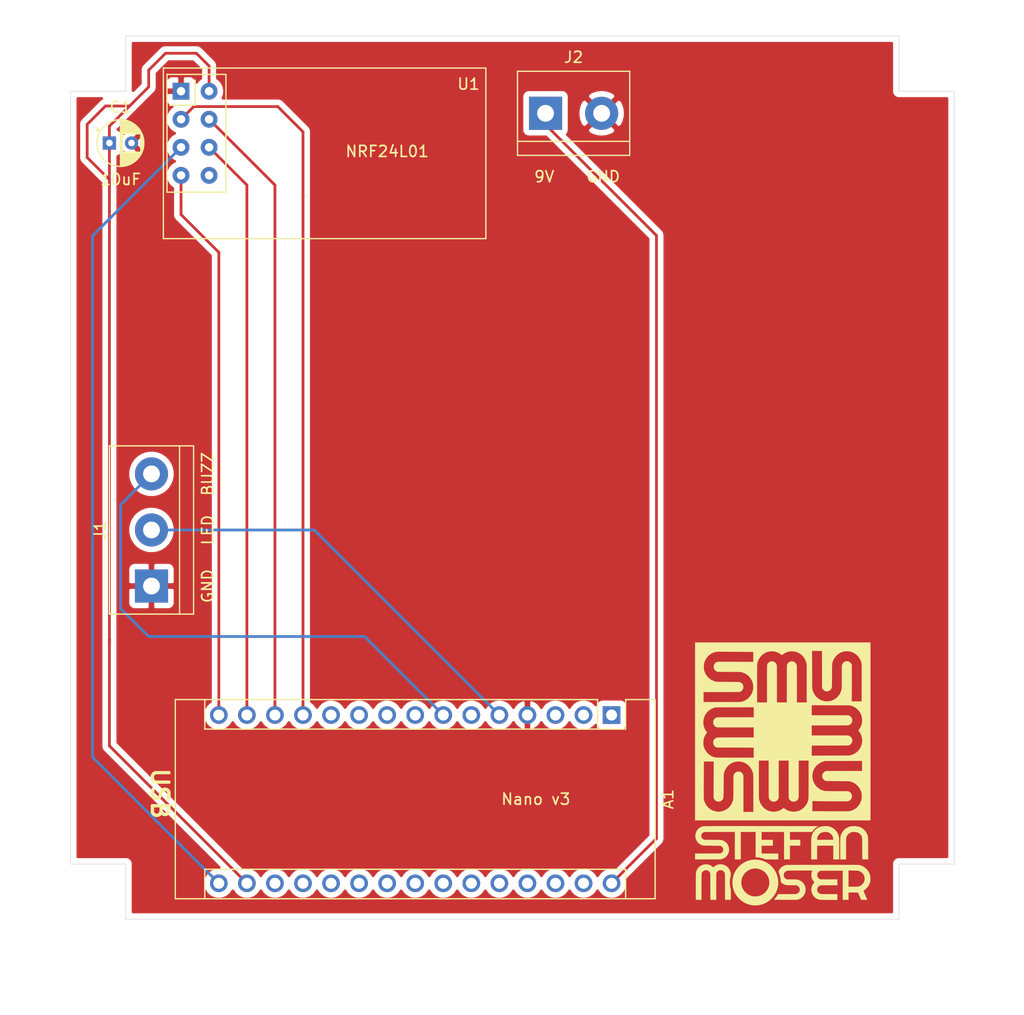
<source format=kicad_pcb>
(kicad_pcb (version 20171130) (host pcbnew "(5.1.10)-1")

  (general
    (thickness 1.6)
    (drawings 21)
    (tracks 48)
    (zones 0)
    (modules 6)
    (nets 32)
  )

  (page A4)
  (title_block
    (title "Buzzersystem - Sender")
    (date 2021-11-03)
    (rev 1.0)
    (company "Stefan Moser IT Dienstleistungen")
    (comment 1 "Stefan Moser")
  )

  (layers
    (0 F.Cu signal)
    (31 B.Cu signal)
    (32 B.Adhes user)
    (33 F.Adhes user)
    (34 B.Paste user)
    (35 F.Paste user)
    (36 B.SilkS user)
    (37 F.SilkS user)
    (38 B.Mask user)
    (39 F.Mask user)
    (40 Dwgs.User user)
    (41 Cmts.User user)
    (42 Eco1.User user)
    (43 Eco2.User user)
    (44 Edge.Cuts user)
    (45 Margin user)
    (46 B.CrtYd user)
    (47 F.CrtYd user)
    (48 B.Fab user)
    (49 F.Fab user)
  )

  (setup
    (last_trace_width 0.25)
    (trace_clearance 0.2)
    (zone_clearance 0.508)
    (zone_45_only no)
    (trace_min 0.2)
    (via_size 0.8)
    (via_drill 0.4)
    (via_min_size 0.4)
    (via_min_drill 0.3)
    (uvia_size 0.3)
    (uvia_drill 0.1)
    (uvias_allowed no)
    (uvia_min_size 0.2)
    (uvia_min_drill 0.1)
    (edge_width 0.05)
    (segment_width 0.2)
    (pcb_text_width 0.3)
    (pcb_text_size 1.5 1.5)
    (mod_edge_width 0.12)
    (mod_text_size 1 1)
    (mod_text_width 0.15)
    (pad_size 1.524 1.524)
    (pad_drill 0.762)
    (pad_to_mask_clearance 0)
    (aux_axis_origin 0 0)
    (visible_elements 7FFFFFFF)
    (pcbplotparams
      (layerselection 0x010fc_ffffffff)
      (usegerberextensions false)
      (usegerberattributes true)
      (usegerberadvancedattributes true)
      (creategerberjobfile true)
      (excludeedgelayer true)
      (linewidth 0.100000)
      (plotframeref false)
      (viasonmask false)
      (mode 1)
      (useauxorigin false)
      (hpglpennumber 1)
      (hpglpenspeed 20)
      (hpglpendiameter 15.000000)
      (psnegative false)
      (psa4output false)
      (plotreference true)
      (plotvalue true)
      (plotinvisibletext false)
      (padsonsilk false)
      (subtractmaskfromsilk false)
      (outputformat 1)
      (mirror false)
      (drillshape 0)
      (scaleselection 1)
      (outputdirectory "gerber/"))
  )

  (net 0 "")
  (net 1 "Net-(A1-Pad1)")
  (net 2 "Net-(A1-Pad17)")
  (net 3 "Net-(A1-Pad2)")
  (net 4 "Net-(A1-Pad18)")
  (net 5 "Net-(A1-Pad3)")
  (net 6 "Net-(A1-Pad19)")
  (net 7 GND)
  (net 8 "Net-(A1-Pad20)")
  (net 9 "Net-(A1-Pad5)")
  (net 10 "Net-(A1-Pad21)")
  (net 11 "Net-(A1-Pad6)")
  (net 12 "Net-(A1-Pad22)")
  (net 13 "Net-(A1-Pad7)")
  (net 14 "Net-(A1-Pad23)")
  (net 15 "Net-(A1-Pad8)")
  (net 16 "Net-(A1-Pad24)")
  (net 17 "Net-(A1-Pad9)")
  (net 18 "Net-(A1-Pad25)")
  (net 19 "Net-(A1-Pad10)")
  (net 20 "Net-(A1-Pad26)")
  (net 21 "Net-(A1-Pad11)")
  (net 22 "Net-(A1-Pad27)")
  (net 23 "Net-(A1-Pad12)")
  (net 24 "Net-(A1-Pad28)")
  (net 25 "Net-(A1-Pad13)")
  (net 26 "Net-(A1-Pad29)")
  (net 27 "Net-(A1-Pad14)")
  (net 28 +9V)
  (net 29 "Net-(A1-Pad15)")
  (net 30 "Net-(A1-Pad16)")
  (net 31 "Net-(U1-Pad8)")

  (net_class Default "This is the default net class."
    (clearance 0.2)
    (trace_width 0.25)
    (via_dia 0.8)
    (via_drill 0.4)
    (uvia_dia 0.3)
    (uvia_drill 0.1)
    (add_net +9V)
    (add_net GND)
    (add_net "Net-(A1-Pad1)")
    (add_net "Net-(A1-Pad10)")
    (add_net "Net-(A1-Pad11)")
    (add_net "Net-(A1-Pad12)")
    (add_net "Net-(A1-Pad13)")
    (add_net "Net-(A1-Pad14)")
    (add_net "Net-(A1-Pad15)")
    (add_net "Net-(A1-Pad16)")
    (add_net "Net-(A1-Pad17)")
    (add_net "Net-(A1-Pad18)")
    (add_net "Net-(A1-Pad19)")
    (add_net "Net-(A1-Pad2)")
    (add_net "Net-(A1-Pad20)")
    (add_net "Net-(A1-Pad21)")
    (add_net "Net-(A1-Pad22)")
    (add_net "Net-(A1-Pad23)")
    (add_net "Net-(A1-Pad24)")
    (add_net "Net-(A1-Pad25)")
    (add_net "Net-(A1-Pad26)")
    (add_net "Net-(A1-Pad27)")
    (add_net "Net-(A1-Pad28)")
    (add_net "Net-(A1-Pad29)")
    (add_net "Net-(A1-Pad3)")
    (add_net "Net-(A1-Pad5)")
    (add_net "Net-(A1-Pad6)")
    (add_net "Net-(A1-Pad7)")
    (add_net "Net-(A1-Pad8)")
    (add_net "Net-(A1-Pad9)")
    (add_net "Net-(U1-Pad8)")
  )

  (module logoLib:logo (layer F.Cu) (tedit 0) (tstamp 618251DD)
    (at 109.474 116.84)
    (fp_text reference G*** (at 0 0) (layer F.SilkS) hide
      (effects (font (size 1.524 1.524) (thickness 0.3)))
    )
    (fp_text value LOGO (at 0.75 0) (layer F.SilkS) hide
      (effects (font (size 1.524 1.524) (thickness 0.3)))
    )
    (fp_poly (pts (xy 7.94512 4.20624) (xy -7.93496 4.20624) (xy -7.93496 1.775267) (xy -7.156746 1.775267)
      (xy -7.156704 1.879402) (xy -7.156478 1.967896) (xy -7.156036 2.042312) (xy -7.155342 2.104208)
      (xy -7.154363 2.155145) (xy -7.153065 2.196682) (xy -7.151414 2.230381) (xy -7.149377 2.257801)
      (xy -7.146918 2.280501) (xy -7.144006 2.300044) (xy -7.140605 2.317987) (xy -7.138756 2.32664)
      (xy -7.093366 2.488328) (xy -7.030755 2.641078) (xy -6.95205 2.783746) (xy -6.858373 2.915191)
      (xy -6.750852 3.034269) (xy -6.630609 3.139839) (xy -6.498771 3.230757) (xy -6.356461 3.305883)
      (xy -6.204806 3.364074) (xy -6.08584 3.395864) (xy -6.016096 3.407255) (xy -5.932655 3.414712)
      (xy -5.841769 3.418182) (xy -5.749686 3.417609) (xy -5.662657 3.412941) (xy -5.586933 3.404124)
      (xy -5.565829 3.400361) (xy -5.403543 3.358149) (xy -5.250128 3.297686) (xy -5.106036 3.219212)
      (xy -4.971715 3.122968) (xy -4.861347 3.023158) (xy -4.751029 2.898276) (xy -4.657296 2.762093)
      (xy -4.580822 2.615948) (xy -4.522278 2.461176) (xy -4.482338 2.299115) (xy -4.475019 2.25552)
      (xy -4.472479 2.235627) (xy -4.470235 2.21061) (xy -4.468271 2.179239) (xy -4.46657 2.140284)
      (xy -4.465115 2.092516) (xy -4.46389 2.034705) (xy -4.462876 1.965621) (xy -4.462058 1.884037)
      (xy -4.461419 1.78872) (xy -4.460941 1.678443) (xy -4.460609 1.551976) (xy -4.460404 1.408089)
      (xy -4.46031 1.245552) (xy -4.4603 1.182486) (xy -4.460181 1.009202) (xy -4.459848 0.849647)
      (xy -4.45931 0.704539) (xy -4.458573 0.574595) (xy -4.457644 0.460532) (xy -4.456532 0.363067)
      (xy -4.455242 0.282917) (xy -4.453782 0.220799) (xy -4.45216 0.177431) (xy -4.450382 0.153528)
      (xy -4.450027 0.151246) (xy -4.423902 0.064338) (xy -4.380882 -0.014255) (xy -4.323381 -0.082541)
      (xy -4.253814 -0.138531) (xy -4.174595 -0.180235) (xy -4.088141 -0.205661) (xy -4.00812 -0.212992)
      (xy -3.911214 -0.203461) (xy -3.822886 -0.175953) (xy -3.744427 -0.131455) (xy -3.677126 -0.070957)
      (xy -3.622273 0.004552) (xy -3.581158 0.094082) (xy -3.572374 0.121224) (xy -3.57022 0.129885)
      (xy -3.568262 0.141302) (xy -3.566489 0.156416) (xy -3.564894 0.176169) (xy -3.563467 0.201505)
      (xy -3.562199 0.233363) (xy -3.56108 0.272688) (xy -3.560102 0.320421) (xy -3.559255 0.377505)
      (xy -3.558531 0.444881) (xy -3.55792 0.523491) (xy -3.557412 0.614279) (xy -3.557 0.718186)
      (xy -3.556673 0.836154) (xy -3.556423 0.969125) (xy -3.55624 1.118043) (xy -3.556116 1.283848)
      (xy -3.556041 1.467483) (xy -3.556006 1.669891) (xy -3.556 1.810324) (xy -3.556 3.44424)
      (xy -2.651188 3.44424) (xy -2.654418 1.75514) (xy -2.654836 1.538211) (xy -2.655228 1.340642)
      (xy -2.65561 1.161475) (xy -2.655995 0.999749) (xy -2.656395 0.854505) (xy -2.656825 0.724784)
      (xy -2.657297 0.609625) (xy -2.657825 0.508071) (xy -2.658422 0.41916) (xy -2.659102 0.341934)
      (xy -2.659879 0.275433) (xy -2.660765 0.218698) (xy -2.661773 0.170769) (xy -2.662919 0.130687)
      (xy -2.664213 0.097491) (xy -2.665671 0.070224) (xy -2.667306 0.047925) (xy -2.66913 0.029634)
      (xy -2.671158 0.014393) (xy -2.673402 0.001242) (xy -2.675876 -0.010779) (xy -2.678594 -0.02263)
      (xy -2.679266 -0.025478) (xy -2.728066 -0.192274) (xy -2.792558 -0.348186) (xy -2.871741 -0.492382)
      (xy -2.964611 -0.624031) (xy -3.070168 -0.742303) (xy -3.187408 -0.846365) (xy -3.315331 -0.935388)
      (xy -3.452934 -1.00854) (xy -3.599216 -1.064991) (xy -3.753173 -1.103908) (xy -3.913805 -1.124461)
      (xy -4.00812 -1.127641) (xy -4.171626 -1.117893) (xy -4.329441 -1.089261) (xy -4.480443 -1.042658)
      (xy -4.623507 -0.979) (xy -4.757511 -0.899203) (xy -4.881332 -0.80418) (xy -4.993846 -0.694847)
      (xy -5.09393 -0.572119) (xy -5.180461 -0.436911) (xy -5.252316 -0.290138) (xy -5.308371 -0.132714)
      (xy -5.330004 -0.0508) (xy -5.332908 -0.037114) (xy -5.335505 -0.021362) (xy -5.337821 -0.002318)
      (xy -5.339883 0.021244) (xy -5.341716 0.050549) (xy -5.343348 0.086826) (xy -5.344804 0.131299)
      (xy -5.34611 0.185195) (xy -5.347293 0.24974) (xy -5.348378 0.32616) (xy -5.349393 0.415682)
      (xy -5.350362 0.519532) (xy -5.351313 0.638936) (xy -5.352271 0.77512) (xy -5.353263 0.929311)
      (xy -5.354192 1.08204) (xy -5.35521 1.253829) (xy -5.356136 1.406529) (xy -5.357029 1.541371)
      (xy -5.357945 1.659584) (xy -5.358945 1.762399) (xy -5.360086 1.851046) (xy -5.361427 1.926756)
      (xy -5.363026 1.990758) (xy -5.364942 2.044284) (xy -5.367234 2.088563) (xy -5.369959 2.124826)
      (xy -5.373176 2.154303) (xy -5.376944 2.178224) (xy -5.381322 2.197821) (xy -5.386367 2.214322)
      (xy -5.392138 2.228959) (xy -5.398694 2.242961) (xy -5.406093 2.25756) (xy -5.410467 2.266138)
      (xy -5.458536 2.33945) (xy -5.521238 2.401556) (xy -5.595294 2.450843) (xy -5.677425 2.4857)
      (xy -5.764352 2.504515) (xy -5.852795 2.505677) (xy -5.887945 2.500822) (xy -5.977815 2.474794)
      (xy -6.059042 2.432581) (xy -6.129483 2.376323) (xy -6.186992 2.308158) (xy -6.229425 2.230224)
      (xy -6.254637 2.144659) (xy -6.256494 2.133378) (xy -6.257643 2.114925) (xy -6.25856 2.076966)
      (xy -6.25925 2.020314) (xy -6.259715 1.945782) (xy -6.25996 1.854182) (xy -6.259989 1.746328)
      (xy -6.259804 1.623032) (xy -6.25941 1.485108) (xy -6.258811 1.333367) (xy -6.258009 1.168622)
      (xy -6.257008 0.991687) (xy -6.255813 0.803375) (xy -6.254427 0.604497) (xy -6.252853 0.395868)
      (xy -6.251095 0.178299) (xy -6.249158 -0.047396) (xy -6.247043 -0.280405) (xy -6.244756 -0.519915)
      (xy -6.244399 -0.55626) (xy -6.238768 -1.12776) (xy -7.140007 -1.12776) (xy -7.14756 -0.17018)
      (xy -7.148763 -0.010553) (xy -7.149941 0.158934) (xy -7.151074 0.33503) (xy -7.152147 0.514484)
      (xy -7.153142 0.694048) (xy -7.154041 0.870471) (xy -7.154829 1.040503) (xy -7.155488 1.200893)
      (xy -7.156 1.348393) (xy -7.156349 1.479751) (xy -7.156416 1.51384) (xy -7.156639 1.653933)
      (xy -7.156746 1.775267) (xy -7.93496 1.775267) (xy -7.93496 -1.20904) (xy -2.164642 -1.20904)
      (xy -2.161447 0.51562) (xy -2.161038 0.734965) (xy -2.160651 0.934938) (xy -2.160273 1.11649)
      (xy -2.159893 1.280568) (xy -2.159497 1.428121) (xy -2.159072 1.560098) (xy -2.158605 1.677448)
      (xy -2.158085 1.781119) (xy -2.157497 1.872061) (xy -2.15683 1.951222) (xy -2.156071 2.019551)
      (xy -2.155206 2.077997) (xy -2.154223 2.127508) (xy -2.153109 2.169033) (xy -2.151852 2.203522)
      (xy -2.150438 2.231922) (xy -2.148856 2.255184) (xy -2.147091 2.274254) (xy -2.145132 2.290083)
      (xy -2.142965 2.303619) (xy -2.140579 2.315811) (xy -2.137959 2.327608) (xy -2.137008 2.33172)
      (xy -2.087892 2.501392) (xy -2.021951 2.660571) (xy -1.939598 2.80833) (xy -1.899366 2.867949)
      (xy -1.819597 2.966919) (xy -1.724616 3.06329) (xy -1.619459 3.152759) (xy -1.509162 3.231025)
      (xy -1.403823 3.291274) (xy -1.338457 3.320336) (xy -1.260766 3.349247) (xy -1.178599 3.37546)
      (xy -1.099809 3.396428) (xy -1.045498 3.407544) (xy -0.973068 3.416295) (xy -0.888025 3.421196)
      (xy -0.797713 3.422229) (xy -0.709472 3.419377) (xy -0.630647 3.412622) (xy -0.601955 3.408592)
      (xy -0.482014 3.382517) (xy -0.3608 3.343864) (xy -0.242631 3.294643) (xy -0.131821 3.236861)
      (xy -0.032687 3.172526) (xy 0.047798 3.106176) (xy 0.069167 3.087623) (xy 0.083187 3.081998)
      (xy 0.096251 3.087257) (xy 0.09958 3.089634) (xy 0.115759 3.101766) (xy 0.14353 3.122728)
      (xy 0.178307 3.149057) (xy 0.199969 3.165487) (xy 0.328277 3.250303) (xy 0.467802 3.319099)
      (xy 0.616427 3.371188) (xy 0.772037 3.405881) (xy 0.932514 3.422491) (xy 0.99568 3.42392)
      (xy 1.162169 3.414343) (xy 1.321687 3.385698) (xy 1.473933 3.338109) (xy 1.618605 3.271701)
      (xy 1.755403 3.1866) (xy 1.884024 3.082929) (xy 1.936099 3.033318) (xy 2.047871 2.90744)
      (xy 2.143062 2.770037) (xy 2.221245 2.621911) (xy 2.281995 2.463862) (xy 2.284146 2.455586)
      (xy 2.68224 2.455586) (xy 2.68224 3.37312) (xy 2.90322 3.374588) (xy 2.946769 3.374888)
      (xy 3.008729 3.375329) (xy 3.08719 3.375897) (xy 3.180243 3.376578) (xy 3.285979 3.377358)
      (xy 3.402487 3.378223) (xy 3.52786 3.379159) (xy 3.660188 3.380151) (xy 3.797562 3.381185)
      (xy 3.938072 3.382248) (xy 4.05384 3.383126) (xy 4.204551 3.384201) (xy 4.360213 3.385178)
      (xy 4.51814 3.386048) (xy 4.675647 3.3868) (xy 4.830048 3.387427) (xy 4.978659 3.387918)
      (xy 5.118794 3.388263) (xy 5.247768 3.388454) (xy 5.362896 3.38848) (xy 5.461492 3.388333)
      (xy 5.49656 3.38822) (xy 5.612883 3.38773) (xy 5.710836 3.387182) (xy 5.792369 3.386501)
      (xy 5.859432 3.385612) (xy 5.913976 3.384441) (xy 5.95795 3.382914) (xy 5.993304 3.380955)
      (xy 6.021988 3.378491) (xy 6.045953 3.375446) (xy 6.067148 3.371746) (xy 6.087523 3.367317)
      (xy 6.096 3.365295) (xy 6.259899 3.315594) (xy 6.412925 3.249005) (xy 6.554354 3.166244)
      (xy 6.683463 3.068024) (xy 6.79953 2.955063) (xy 6.901833 2.828074) (xy 6.989647 2.687773)
      (xy 7.06225 2.534875) (xy 7.11892 2.370094) (xy 7.125316 2.34696) (xy 7.13596 2.306508)
      (xy 7.143876 2.272766) (xy 7.149463 2.241568) (xy 7.15312 2.208749) (xy 7.155246 2.170144)
      (xy 7.156241 2.121589) (xy 7.156504 2.058917) (xy 7.156487 2.02184) (xy 7.156277 1.95054)
      (xy 7.155546 1.895371) (xy 7.153893 1.852145) (xy 7.150912 1.816673) (xy 7.1462 1.784766)
      (xy 7.139355 1.752235) (xy 7.129972 1.714893) (xy 7.125164 1.69672) (xy 7.071008 1.530289)
      (xy 7.000638 1.375872) (xy 6.914654 1.234065) (xy 6.813653 1.105466) (xy 6.698231 0.990672)
      (xy 6.568988 0.89028) (xy 6.42652 0.804887) (xy 6.271425 0.735092) (xy 6.11124 0.683324)
      (xy 6.00964 0.65624) (xy 4.96824 0.650575) (xy 4.799113 0.649637) (xy 4.649104 0.648752)
      (xy 4.517009 0.647896) (xy 4.401625 0.647041) (xy 4.30175 0.646162) (xy 4.216181 0.645232)
      (xy 4.143714 0.644225) (xy 4.083148 0.643116) (xy 4.033279 0.641877) (xy 3.992904 0.640484)
      (xy 3.960821 0.638909) (xy 3.935827 0.637127) (xy 3.916718 0.635111) (xy 3.902293 0.632836)
      (xy 3.891348 0.630275) (xy 3.882681 0.627402) (xy 3.881553 0.626963) (xy 3.796306 0.583603)
      (xy 3.724993 0.528084) (xy 3.667726 0.462647) (xy 3.624614 0.389536) (xy 3.595767 0.310992)
      (xy 3.581295 0.229259) (xy 3.581308 0.146577) (xy 3.595915 0.06519) (xy 3.625227 -0.01266)
      (xy 3.669354 -0.084731) (xy 3.728405 -0.148781) (xy 3.802491 -0.202566) (xy 3.839922 -0.222423)
      (xy 3.91668 -0.25908) (xy 5.5499 -0.261742) (xy 7.18312 -0.264403) (xy 7.18312 -1.179025)
      (xy 3.82524 -1.172993) (xy 3.74396 -1.151107) (xy 3.57567 -1.096184) (xy 3.419497 -1.025649)
      (xy 3.276119 -0.940197) (xy 3.146216 -0.840522) (xy 3.030467 -0.727318) (xy 2.929551 -0.601282)
      (xy 2.844149 -0.463107) (xy 2.774939 -0.313488) (xy 2.7226 -0.15312) (xy 2.7077 -0.09144)
      (xy 2.697117 -0.027503) (xy 2.689584 0.050444) (xy 2.685244 0.136297) (xy 2.684241 0.223954)
      (xy 2.686718 0.307313) (xy 2.69282 0.380273) (xy 2.696039 0.4035) (xy 2.731152 0.563253)
      (xy 2.784163 0.716185) (xy 2.853884 0.860873) (xy 2.939128 0.99589) (xy 3.038706 1.119812)
      (xy 3.15143 1.231215) (xy 3.276112 1.328674) (xy 3.411565 1.410764) (xy 3.5566 1.47606)
      (xy 3.604651 1.493113) (xy 3.635075 1.503324) (xy 3.662239 1.512404) (xy 3.687459 1.520425)
      (xy 3.71205 1.527459) (xy 3.737327 1.53358) (xy 3.764604 1.53886) (xy 3.795197 1.543371)
      (xy 3.830421 1.547185) (xy 3.87159 1.550377) (xy 3.92002 1.553018) (xy 3.977025 1.55518)
      (xy 4.043921 1.556937) (xy 4.122022 1.558361) (xy 4.212644 1.559524) (xy 4.317101 1.5605)
      (xy 4.436709 1.56136) (xy 4.572782 1.562177) (xy 4.726636 1.563025) (xy 4.88696 1.563904)
      (xy 5.92836 1.56972) (xy 5.995653 1.601604) (xy 6.078433 1.650848) (xy 6.146138 1.713349)
      (xy 6.199615 1.790037) (xy 6.232529 1.861714) (xy 6.258271 1.952092) (xy 6.265053 2.03847)
      (xy 6.252735 2.124108) (xy 6.22118 2.212266) (xy 6.217284 2.220663) (xy 6.167673 2.302943)
      (xy 6.103295 2.371352) (xy 6.024574 2.425512) (xy 5.947859 2.459655) (xy 5.938339 2.462967)
      (xy 5.928726 2.465911) (xy 5.917851 2.468503) (xy 5.904543 2.470756) (xy 5.887634 2.472686)
      (xy 5.865952 2.474308) (xy 5.838329 2.475637) (xy 5.803593 2.476687) (xy 5.760575 2.477474)
      (xy 5.708105 2.478013) (xy 5.645013 2.478318) (xy 5.570129 2.478404) (xy 5.482283 2.478287)
      (xy 5.380304 2.477982) (xy 5.263024 2.477502) (xy 5.129272 2.476864) (xy 4.977877 2.476082)
      (xy 4.807671 2.475171) (xy 4.75488 2.474886) (xy 4.593177 2.473974) (xy 4.42927 2.472976)
      (xy 4.265267 2.471907) (xy 4.103275 2.470785) (xy 3.9454 2.469627) (xy 3.79375 2.468448)
      (xy 3.650431 2.467267) (xy 3.517551 2.466099) (xy 3.397216 2.464961) (xy 3.291533 2.46387)
      (xy 3.20261 2.462842) (xy 3.15214 2.462179) (xy 2.68224 2.455586) (xy 2.284146 2.455586)
      (xy 2.322997 2.306117) (xy 2.32525 2.293925) (xy 2.32731 2.27984) (xy 2.329187 2.262921)
      (xy 2.330893 2.242224) (xy 2.332437 2.216807) (xy 2.333832 2.185727) (xy 2.335089 2.14804)
      (xy 2.336217 2.102804) (xy 2.33723 2.049077) (xy 2.338136 1.985916) (xy 2.338949 1.912376)
      (xy 2.339677 1.827517) (xy 2.340334 1.730395) (xy 2.340929 1.620067) (xy 2.341474 1.49559)
      (xy 2.341979 1.356022) (xy 2.342457 1.200419) (xy 2.342917 1.02784) (xy 2.343371 0.83734)
      (xy 2.34383 0.627978) (xy 2.344087 0.50546) (xy 2.347631 -1.20904) (xy 1.44272 -1.20904)
      (xy 1.44272 0.455065) (xy 1.442734 0.674872) (xy 1.442756 0.875303) (xy 1.442752 1.057304)
      (xy 1.442689 1.22182) (xy 1.442536 1.369794) (xy 1.442258 1.502173) (xy 1.441823 1.619899)
      (xy 1.441198 1.72392) (xy 1.440351 1.815178) (xy 1.439248 1.894619) (xy 1.437857 1.963188)
      (xy 1.436144 2.021829) (xy 1.434078 2.071487) (xy 1.431625 2.113107) (xy 1.428753 2.147633)
      (xy 1.425427 2.176011) (xy 1.421617 2.199186) (xy 1.417288 2.2181) (xy 1.412409 2.233701)
      (xy 1.406946 2.246932) (xy 1.400866 2.258738) (xy 1.394136 2.270064) (xy 1.386725 2.281855)
      (xy 1.378789 2.294735) (xy 1.32697 2.363034) (xy 1.259495 2.423075) (xy 1.180507 2.471177)
      (xy 1.179988 2.471431) (xy 1.150199 2.485493) (xy 1.125573 2.494864) (xy 1.100664 2.50049)
      (xy 1.07003 2.50332) (xy 1.028226 2.5043) (xy 0.9906 2.504393) (xy 0.93805 2.504086)
      (xy 0.900369 2.502581) (xy 0.872109 2.498927) (xy 0.847819 2.492175) (xy 0.82205 2.481374)
      (xy 0.801211 2.471384) (xy 0.722188 2.423424) (xy 0.654628 2.363463) (xy 0.602683 2.295191)
      (xy 0.60241 2.294735) (xy 0.594299 2.281577) (xy 0.586904 2.269807) (xy 0.580189 2.258481)
      (xy 0.574124 2.246653) (xy 0.568674 2.233379) (xy 0.563807 2.217714) (xy 0.559491 2.198714)
      (xy 0.555691 2.175433) (xy 0.552377 2.146927) (xy 0.549514 2.112251) (xy 0.54707 2.07046)
      (xy 0.545012 2.02061) (xy 0.543307 1.961756) (xy 0.541923 1.892952) (xy 0.540826 1.813255)
      (xy 0.539985 1.72172) (xy 0.539364 1.617401) (xy 0.538933 1.499355) (xy 0.538659 1.366636)
      (xy 0.538507 1.218299) (xy 0.538447 1.0534) (xy 0.538444 0.870994) (xy 0.538465 0.670136)
      (xy 0.53848 0.455065) (xy 0.53848 -1.20904) (xy -0.365526 -1.20904) (xy -0.37084 2.17932)
      (xy -0.403367 2.247986) (xy -0.437369 2.306397) (xy -0.481927 2.363831) (xy -0.531683 2.41419)
      (xy -0.581275 2.451377) (xy -0.583047 2.452427) (xy -0.660256 2.486657) (xy -0.746014 2.505772)
      (xy -0.835022 2.509525) (xy -0.921983 2.497674) (xy -0.998307 2.471538) (xy -1.076874 2.424013)
      (xy -1.145269 2.36122) (xy -1.200847 2.286568) (xy -1.240961 2.203463) (xy -1.259853 2.134753)
      (xy -1.261293 2.116615) (xy -1.262632 2.07853) (xy -1.263867 2.02087) (xy -1.264996 1.944009)
      (xy -1.266015 1.848319) (xy -1.266925 1.734174) (xy -1.267721 1.601944) (xy -1.268402 1.452005)
      (xy -1.268965 1.284727) (xy -1.269409 1.100484) (xy -1.269731 0.899649) (xy -1.269929 0.682594)
      (xy -1.27 0.449693) (xy -1.27 -1.20904) (xy -2.164642 -1.20904) (xy -7.93496 -1.20904)
      (xy -7.93496 -4.643911) (xy -7.191984 -4.643911) (xy -7.179477 -4.48448) (xy -7.149776 -4.328825)
      (xy -7.103379 -4.179085) (xy -7.040783 -4.037403) (xy -6.962486 -3.905917) (xy -6.896917 -3.819062)
      (xy -6.847525 -3.759711) (xy -6.917129 -3.668033) (xy -7.007935 -3.531752) (xy -7.082287 -3.384247)
      (xy -7.139423 -3.227202) (xy -7.169519 -3.10896) (xy -7.177603 -3.056249) (xy -7.183475 -2.988658)
      (xy -7.187084 -2.91151) (xy -7.188381 -2.83013) (xy -7.187316 -2.749842) (xy -7.18384 -2.67597)
      (xy -7.177903 -2.613838) (xy -7.174356 -2.5908) (xy -7.135696 -2.432046) (xy -7.07913 -2.280907)
      (xy -7.005877 -2.138671) (xy -6.917152 -2.006623) (xy -6.814172 -1.886049) (xy -6.698154 -1.778236)
      (xy -6.570315 -1.68447) (xy -6.43187 -1.606036) (xy -6.284036 -1.544221) (xy -6.1468 -1.504514)
      (xy -6.103329 -1.494783) (xy -6.063896 -1.486541) (xy -6.035345 -1.481202) (xy -6.02996 -1.480382)
      (xy -6.016617 -1.479922) (xy -5.984034 -1.479459) (xy -5.933292 -1.478996) (xy -5.865471 -1.478535)
      (xy -5.781652 -1.478082) (xy -5.682915 -1.47764) (xy -5.57034 -1.477211) (xy -5.445009 -1.4768)
      (xy -5.308002 -1.47641) (xy -5.160398 -1.476045) (xy -5.003279 -1.475708) (xy -4.837725 -1.475403)
      (xy -4.664816 -1.475134) (xy -4.485632 -1.474903) (xy -4.310276 -1.474723) (xy -2.621071 -1.4732)
      (xy -2.623716 -1.92786) (xy -2.62636 -2.38252) (xy -5.969 -2.39268) (xy -6.03504 -2.425095)
      (xy -6.112076 -2.473903) (xy -6.179318 -2.538882) (xy -6.233891 -2.617097) (xy -6.246516 -2.640983)
      (xy -6.262033 -2.67302) (xy -6.272534 -2.698412) (xy -6.278997 -2.722475) (xy -6.282404 -2.750527)
      (xy -6.283731 -2.787886) (xy -6.28396 -2.839868) (xy -6.28396 -2.844274) (xy -6.283736 -2.8978)
      (xy -6.282452 -2.936272) (xy -6.279188 -2.964952) (xy -6.273026 -2.989105) (xy -6.263047 -3.013995)
      (xy -6.24929 -3.04292) (xy -6.199535 -3.123216) (xy -6.135856 -3.190647) (xy -6.060737 -3.243291)
      (xy -5.97666 -3.279227) (xy -5.929035 -3.290893) (xy -5.911991 -3.292537) (xy -5.879234 -3.29404)
      (xy -5.830395 -3.295405) (xy -5.765107 -3.296634) (xy -5.683002 -3.29773) (xy -5.583715 -3.298695)
      (xy -5.466876 -3.299531) (xy -5.332118 -3.300241) (xy -5.179075 -3.300828) (xy -5.007379 -3.301293)
      (xy -4.816663 -3.301639) (xy -4.606559 -3.301869) (xy -4.376699 -3.301985) (xy -4.245015 -3.302)
      (xy -2.62128 -3.302) (xy -2.62128 -4.2164) (xy -4.270436 -4.2164) (xy -4.488313 -4.216388)
      (xy -4.686818 -4.21637) (xy -4.866904 -4.216377) (xy -5.029518 -4.216439) (xy -5.175611 -4.216586)
      (xy -5.306133 -4.216848) (xy -5.422033 -4.217256) (xy -5.524261 -4.21784) (xy -5.613766 -4.218629)
      (xy -5.691499 -4.219655) (xy -5.758409 -4.220947) (xy -5.815446 -4.222535) (xy -5.863559 -4.22445)
      (xy -5.903698 -4.226721) (xy -5.936813 -4.229379) (xy -5.963854 -4.232454) (xy -5.98577 -4.235976)
      (xy -6.00351 -4.239976) (xy -6.018026 -4.244483) (xy -6.030265 -4.249528) (xy -6.041179 -4.255141)
      (xy -6.051717 -4.261351) (xy -6.062828 -4.26819) (xy -6.071883 -4.273617) (xy -6.121143 -4.30999)
      (xy -6.170832 -4.359766) (xy -6.215609 -4.416868) (xy -6.25013 -4.475214) (xy -6.251434 -4.477934)
      (xy -6.265058 -4.507731) (xy -6.274229 -4.532483) (xy -6.279826 -4.557478) (xy -6.282727 -4.588002)
      (xy -6.283811 -4.629341) (xy -6.28396 -4.6736) (xy -6.283687 -4.727432) (xy -6.282296 -4.766174)
      (xy -6.278931 -4.795054) (xy -6.272736 -4.819303) (xy -6.262856 -4.844148) (xy -6.252359 -4.86664)
      (xy -6.201588 -4.950704) (xy -6.137118 -5.020328) (xy -6.060189 -5.074421) (xy -5.973156 -5.111552)
      (xy -5.964555 -5.114058) (xy -5.954976 -5.116338) (xy -5.943461 -5.1184) (xy -5.929055 -5.120257)
      (xy -5.910799 -5.121919) (xy -5.887739 -5.123397) (xy -5.858917 -5.124702) (xy -5.823376 -5.125844)
      (xy -5.780161 -5.126834) (xy -5.728313 -5.127683) (xy -5.666877 -5.128402) (xy -5.594896 -5.129001)
      (xy -5.511414 -5.129492) (xy -5.415473 -5.129884) (xy -5.306117 -5.13019) (xy -5.18239 -5.13042)
      (xy -5.043334 -5.130584) (xy -4.887993 -5.130693) (xy -4.715411 -5.130758) (xy -4.524631 -5.13079)
      (xy -4.314696 -5.1308) (xy -2.62128 -5.1308) (xy -2.62128 -5.31368) (xy 2.62128 -5.31368)
      (xy 4.250573 -5.31368) (xy 4.4901 -5.313615) (xy 4.712216 -5.313418) (xy 4.916676 -5.313092)
      (xy 5.103232 -5.312638) (xy 5.271637 -5.312058) (xy 5.421645 -5.311354) (xy 5.55301 -5.310526)
      (xy 5.665485 -5.309576) (xy 5.758822 -5.308507) (xy 5.832776 -5.307318) (xy 5.8871 -5.306012)
      (xy 5.921547 -5.304591) (xy 5.934593 -5.303378) (xy 6.020245 -5.27741) (xy 6.097214 -5.234781)
      (xy 6.163852 -5.177897) (xy 6.218511 -5.10916) (xy 6.25954 -5.030975) (xy 6.285293 -4.945745)
      (xy 6.294119 -4.855875) (xy 6.288677 -4.787116) (xy 6.265933 -4.699683) (xy 6.22742 -4.618803)
      (xy 6.175458 -4.547898) (xy 6.112372 -4.490388) (xy 6.068695 -4.462964) (xy 6.053725 -4.454783)
      (xy 6.0405 -4.447331) (xy 6.028056 -4.440574) (xy 6.015433 -4.434479) (xy 6.001666 -4.429011)
      (xy 5.985794 -4.424137) (xy 5.966853 -4.419823) (xy 5.943883 -4.416034) (xy 5.915918 -4.412738)
      (xy 5.881999 -4.4099) (xy 5.84116 -4.407486) (xy 5.792441 -4.405462) (xy 5.734879 -4.403794)
      (xy 5.667511 -4.402449) (xy 5.589374 -4.401393) (xy 5.499506 -4.400591) (xy 5.396944 -4.400011)
      (xy 5.280726 -4.399617) (xy 5.149889 -4.399376) (xy 5.003471 -4.399254) (xy 4.840509 -4.399218)
      (xy 4.660041 -4.399232) (xy 4.461104 -4.399265) (xy 4.260275 -4.39928) (xy 2.62128 -4.39928)
      (xy 2.62128 -3.48488) (xy 4.25958 -3.484632) (xy 4.500226 -3.484531) (xy 4.723157 -3.484303)
      (xy 4.928154 -3.48395) (xy 5.114996 -3.483474) (xy 5.283463 -3.482875) (xy 5.433335 -3.482155)
      (xy 5.564391 -3.481316) (xy 5.676412 -3.480359) (xy 5.769178 -3.479285) (xy 5.842468 -3.478096)
      (xy 5.896062 -3.476793) (xy 5.92974 -3.475377) (xy 5.942435 -3.474112) (xy 6.029407 -3.443998)
      (xy 6.107647 -3.397) (xy 6.175008 -3.335457) (xy 6.229346 -3.261707) (xy 6.268515 -3.17809)
      (xy 6.289036 -3.096261) (xy 6.293533 -3.002889) (xy 6.279125 -2.911964) (xy 6.247223 -2.826125)
      (xy 6.199242 -2.748007) (xy 6.136594 -2.680251) (xy 6.060693 -2.625492) (xy 6.027506 -2.608087)
      (xy 5.95884 -2.57556) (xy 4.29006 -2.572902) (xy 2.62128 -2.570243) (xy 2.62128 -1.655511)
      (xy 6.0198 -1.661937) (xy 6.118797 -1.684605) (xy 6.281346 -1.731794) (xy 6.43428 -1.796334)
      (xy 6.576555 -1.877401) (xy 6.707127 -1.974174) (xy 6.824953 -2.085831) (xy 6.92899 -2.211548)
      (xy 7.018193 -2.350504) (xy 7.056163 -2.42316) (xy 7.107267 -2.539587) (xy 7.14483 -2.652767)
      (xy 7.170339 -2.76881) (xy 7.18528 -2.893826) (xy 7.189651 -2.9718) (xy 7.187516 -3.13831)
      (xy 7.168053 -3.295186) (xy 7.130663 -3.444315) (xy 7.074745 -3.587583) (xy 6.9997 -3.726877)
      (xy 6.906478 -3.862057) (xy 6.847287 -3.939513) (xy 6.919006 -4.034777) (xy 7.005102 -4.165226)
      (xy 7.077441 -4.308775) (xy 7.134686 -4.462441) (xy 7.169197 -4.592855) (xy 7.178658 -4.65228)
      (xy 7.185102 -4.726246) (xy 7.188523 -4.809199) (xy 7.188916 -4.895583) (xy 7.186276 -4.979845)
      (xy 7.180599 -5.05643) (xy 7.17188 -5.119782) (xy 7.16968 -5.1308) (xy 7.124803 -5.294183)
      (xy 7.062436 -5.448455) (xy 6.983446 -5.592483) (xy 6.888703 -5.725134) (xy 6.779075 -5.845275)
      (xy 6.65543 -5.951771) (xy 6.518636 -6.04349) (xy 6.436205 -6.088179) (xy 6.291921 -6.150061)
      (xy 6.137695 -6.197174) (xy 6.105907 -6.204701) (xy 6.094878 -6.206907) (xy 6.081623 -6.208924)
      (xy 6.065206 -6.210762) (xy 6.044688 -6.212432) (xy 6.019132 -6.213944) (xy 5.987602 -6.21531)
      (xy 5.949158 -6.21654) (xy 5.902864 -6.217645) (xy 5.847782 -6.218636) (xy 5.782975 -6.219523)
      (xy 5.707505 -6.220319) (xy 5.620435 -6.221032) (xy 5.520827 -6.221674) (xy 5.407743 -6.222257)
      (xy 5.280247 -6.22279) (xy 5.1374 -6.223284) (xy 4.978265 -6.223751) (xy 4.801905 -6.224201)
      (xy 4.607381 -6.224646) (xy 4.393758 -6.225094) (xy 4.32562 -6.225232) (xy 2.62128 -6.228648)
      (xy 2.62128 -5.31368) (xy -2.62128 -5.31368) (xy -2.62128 -6.045768) (xy -4.32562 -6.042498)
      (xy -4.546205 -6.042095) (xy -4.747446 -6.041748) (xy -4.93032 -6.041422) (xy -5.095804 -6.041084)
      (xy -5.244872 -6.040697) (xy -5.378503 -6.040229) (xy -5.497672 -6.039644) (xy -5.603355 -6.038907)
      (xy -5.696529 -6.037985) (xy -5.77817 -6.036843) (xy -5.849255 -6.035445) (xy -5.91076 -6.033758)
      (xy -5.96366 -6.031747) (xy -6.008934 -6.029378) (xy -6.047556 -6.026616) (xy -6.080503 -6.023425)
      (xy -6.108751 -6.019773) (xy -6.133278 -6.015624) (xy -6.155058 -6.010944) (xy -6.175069 -6.005698)
      (xy -6.194287 -5.999852) (xy -6.213688 -5.993371) (xy -6.234248 -5.98622) (xy -6.256944 -5.978365)
      (xy -6.270869 -5.973674) (xy -6.420899 -5.913316) (xy -6.56127 -5.83586) (xy -6.69075 -5.742699)
      (xy -6.808105 -5.635226) (xy -6.912102 -5.514833) (xy -7.001508 -5.382913) (xy -7.075089 -5.240859)
      (xy -7.131614 -5.090065) (xy -7.163425 -4.965535) (xy -7.186799 -4.804976) (xy -7.191984 -4.643911)
      (xy -7.93496 -4.643911) (xy -7.93496 -7.416437) (xy -7.17296 -7.416437) (xy -7.17296 -6.966192)
      (xy -7.172805 -6.872429) (xy -7.172361 -6.784962) (xy -7.171661 -6.705879) (xy -7.170736 -6.637264)
      (xy -7.16962 -6.581206) (xy -7.168345 -6.53979) (xy -7.166942 -6.515103) (xy -7.16587 -6.508856)
      (xy -7.155099 -6.508098) (xy -7.12508 -6.507401) (xy -7.076884 -6.506768) (xy -7.011582 -6.506203)
      (xy -6.930245 -6.505707) (xy -6.833945 -6.505283) (xy -6.723753 -6.504933) (xy -6.600741 -6.504659)
      (xy -6.465979 -6.504465) (xy -6.320539 -6.504353) (xy -6.165492 -6.504324) (xy -6.00191 -6.504383)
      (xy -5.830864 -6.50453) (xy -5.653425 -6.504769) (xy -5.50217 -6.505038) (xy -5.287433 -6.505465)
      (xy -5.092044 -6.505866) (xy -4.915033 -6.506256) (xy -4.755428 -6.506649) (xy -4.612258 -6.507058)
      (xy -4.48455 -6.507497) (xy -4.371335 -6.507981) (xy -4.27164 -6.508522) (xy -4.184495 -6.509135)
      (xy -4.108927 -6.509834) (xy -4.043966 -6.510632) (xy -3.98864 -6.511544) (xy -3.941978 -6.512583)
      (xy -3.903009 -6.513763) (xy -3.870761 -6.515098) (xy -3.844262 -6.516602) (xy -3.822543 -6.518288)
      (xy -3.80463 -6.520171) (xy -3.789553 -6.522264) (xy -3.776341 -6.524582) (xy -3.764022 -6.527138)
      (xy -3.751624 -6.529945) (xy -3.751304 -6.530019) (xy -3.601212 -6.571392) (xy -3.465519 -6.623834)
      (xy -3.34042 -6.689386) (xy -3.222109 -6.770092) (xy -3.106779 -6.867992) (xy -3.087561 -6.886142)
      (xy -2.973807 -7.008888) (xy -2.87678 -7.143025) (xy -2.796846 -7.28789) (xy -2.734371 -7.442823)
      (xy -2.690774 -7.602219) (xy -2.678552 -7.678023) (xy -2.670713 -7.766893) (xy -2.66732 -7.862389)
      (xy -2.668434 -7.958068) (xy -2.674117 -8.047488) (xy -2.684432 -8.124206) (xy -2.685684 -8.130743)
      (xy -2.727103 -8.291109) (xy -2.786102 -8.444641) (xy -2.82081 -8.511291) (xy -2.326642 -8.511291)
      (xy -2.326642 -8.299944) (xy -2.32664 -8.159717) (xy -2.32664 -6.47192) (xy -1.4224 -6.47192)
      (xy -1.4224 -8.147415) (xy -1.422393 -8.363923) (xy -1.422362 -8.561056) (xy -1.4223 -8.739757)
      (xy -1.422194 -8.900973) (xy -1.422036 -9.045646) (xy -1.421815 -9.174722) (xy -1.421522 -9.289145)
      (xy -1.421145 -9.38986) (xy -1.420676 -9.477812) (xy -1.420103 -9.553944) (xy -1.419417 -9.619202)
      (xy -1.418608 -9.67453) (xy -1.417666 -9.720872) (xy -1.41658 -9.759173) (xy -1.415341 -9.790378)
      (xy -1.413938 -9.81543) (xy -1.412361 -9.835276) (xy -1.410601 -9.850859) (xy -1.408647 -9.863123)
      (xy -1.406489 -9.873014) (xy -1.404117 -9.881475) (xy -1.403881 -9.882235) (xy -1.371366 -9.960246)
      (xy -1.323872 -10.030591) (xy -1.277275 -10.08054) (xy -1.20559 -10.135964) (xy -1.126069 -10.174078)
      (xy -1.041487 -10.194899) (xy -0.954622 -10.198442) (xy -0.86825 -10.184726) (xy -0.785149 -10.153766)
      (xy -0.708095 -10.105581) (xy -0.674637 -10.076873) (xy -0.620045 -10.017933) (xy -0.580359 -9.956408)
      (xy -0.550798 -9.884683) (xy -0.547462 -9.874252) (xy -0.544987 -9.865734) (xy -0.542735 -9.85619)
      (xy -0.540695 -9.84467) (xy -0.538857 -9.830227) (xy -0.537211 -9.811911) (xy -0.535745 -9.788775)
      (xy -0.534449 -9.75987) (xy -0.533313 -9.724247) (xy -0.532327 -9.680958) (xy -0.531479 -9.629054)
      (xy -0.53076 -9.567587) (xy -0.530158 -9.495609) (xy -0.529664 -9.41217) (xy -0.529267 -9.316324)
      (xy -0.528957 -9.20712) (xy -0.528722 -9.083611) (xy -0.528553 -8.944847) (xy -0.528439 -8.789882)
      (xy -0.528369 -8.617766) (xy -0.528333 -8.42755) (xy -0.528321 -8.218286) (xy -0.52832 -8.142335)
      (xy -0.52832 -6.47192) (xy 0.375628 -6.47192) (xy 0.381 -9.86028) (xy 0.413664 -9.929243)
      (xy 0.46301 -10.011607) (xy 0.525529 -10.080617) (xy 0.598862 -10.134975) (xy 0.680649 -10.173384)
      (xy 0.76853 -10.194546) (xy 0.860145 -10.197164) (xy 0.893991 -10.193255) (xy 0.974843 -10.173636)
      (xy 1.045867 -10.140084) (xy 1.112207 -10.089928) (xy 1.135024 -10.068205) (xy 1.196202 -9.996006)
      (xy 1.241256 -9.91886) (xy 1.268186 -9.840223) (xy 1.268895 -9.83692) (xy 1.270521 -9.821799)
      (xy 1.272009 -9.792348) (xy 1.273362 -9.748111) (xy 1.274581 -9.688631) (xy 1.275672 -9.61345)
      (xy 1.276636 -9.522112) (xy 1.277477 -9.41416) (xy 1.278197 -9.289137) (xy 1.2788 -9.146586)
      (xy 1.279288 -8.986051) (xy 1.279666 -8.807073) (xy 1.279934 -8.609197) (xy 1.280098 -8.391966)
      (xy 1.280159 -8.154922) (xy 1.28016 -8.1275) (xy 1.28016 -6.47192) (xy 2.17424 -6.47192)
      (xy 2.17424 -8.17747) (xy 2.174222 -8.399186) (xy 2.174163 -8.601508) (xy 2.174055 -8.785362)
      (xy 2.17389 -8.951674) (xy 2.17366 -9.101369) (xy 2.173357 -9.235374) (xy 2.172973 -9.354614)
      (xy 2.1725 -9.460015) (xy 2.171931 -9.552503) (xy 2.171256 -9.633004) (xy 2.170468 -9.702444)
      (xy 2.16956 -9.761748) (xy 2.168522 -9.811843) (xy 2.167348 -9.853654) (xy 2.166028 -9.888108)
      (xy 2.164556 -9.916129) (xy 2.162923 -9.938645) (xy 2.161121 -9.956581) (xy 2.159143 -9.970862)
      (xy 2.158744 -9.97325) (xy 2.121022 -10.135831) (xy 2.065855 -10.289523) (xy 1.994373 -10.43331)
      (xy 1.907702 -10.566173) (xy 1.80697 -10.687093) (xy 1.693306 -10.795053) (xy 1.567836 -10.889035)
      (xy 1.431689 -10.96802) (xy 1.285992 -11.03099) (xy 1.131874 -11.076927) (xy 0.97046 -11.104813)
      (xy 0.898463 -11.111039) (xy 0.743077 -11.110628) (xy 0.58821 -11.091169) (xy 0.436462 -11.053509)
      (xy 0.290432 -10.998497) (xy 0.152721 -10.926979) (xy 0.025928 -10.839804) (xy -0.001617 -10.81746)
      (xy -0.071908 -10.75864) (xy -0.152405 -10.823046) (xy -0.283803 -10.915533) (xy -0.423901 -10.990534)
      (xy -0.570878 -11.047856) (xy -0.722913 -11.087304) (xy -0.878185 -11.108686) (xy -1.034873 -11.111807)
      (xy -1.191156 -11.096475) (xy -1.345214 -11.062495) (xy -1.495225 -11.009674) (xy -1.57239 -10.974013)
      (xy -1.652509 -10.929929) (xy -1.735414 -10.877667) (xy -1.813478 -10.822294) (xy -1.872749 -10.774459)
      (xy -1.965144 -10.682942) (xy -2.052024 -10.575954) (xy -2.130418 -10.458184) (xy -2.197355 -10.334322)
      (xy -2.249867 -10.209055) (xy -2.269623 -10.14792) (xy -2.276736 -10.123418) (xy -2.283231 -10.100672)
      (xy -2.289138 -10.078705) (xy -2.294483 -10.056542) (xy -2.299295 -10.033206) (xy -2.303601 -10.007722)
      (xy -2.307431 -9.979112) (xy -2.310811 -9.946402) (xy -2.31377 -9.908615) (xy -2.316336 -9.864775)
      (xy -2.318537 -9.813907) (xy -2.3204 -9.755033) (xy -2.321954 -9.687178) (xy -2.323227 -9.609366)
      (xy -2.324246 -9.520621) (xy -2.32504 -9.419967) (xy -2.325637 -9.306428) (xy -2.326065 -9.179027)
      (xy -2.326351 -9.036789) (xy -2.326524 -8.878738) (xy -2.326611 -8.703898) (xy -2.326642 -8.511291)
      (xy -2.82081 -8.511291) (xy -2.861515 -8.589455) (xy -2.952175 -8.723665) (xy -3.056917 -8.845387)
      (xy -3.174577 -8.952737) (xy -3.211828 -8.981566) (xy -3.32158 -9.053524) (xy -3.446705 -9.118309)
      (xy -3.582932 -9.17395) (xy -3.72364 -9.217853) (xy -3.73719 -9.221346) (xy -3.750834 -9.22445)
      (xy -3.765823 -9.227195) (xy -3.78341 -9.229611) (xy -3.804845 -9.23173) (xy -3.83138 -9.233581)
      (xy -3.864266 -9.235194) (xy -3.904755 -9.236601) (xy -3.954099 -9.237832) (xy -4.013548 -9.238916)
      (xy -4.084355 -9.239885) (xy -4.167771 -9.240768) (xy -4.265047 -9.241597) (xy -4.377435 -9.242401)
      (xy -4.506186 -9.243212) (xy -4.652551 -9.244058) (xy -4.817783 -9.244972) (xy -4.84632 -9.245128)
      (xy -5.88772 -9.25081) (xy -5.94868 -9.275102) (xy -6.038345 -9.320668) (xy -6.113351 -9.379414)
      (xy -6.172767 -9.449994) (xy -6.215656 -9.53106) (xy -6.241086 -9.621265) (xy -6.24828 -9.707185)
      (xy -6.23937 -9.804812) (xy -6.212747 -9.89271) (xy -6.16805 -9.971718) (xy -6.104919 -10.042679)
      (xy -6.104552 -10.043019) (xy -6.030201 -10.100262) (xy -5.951349 -10.139019) (xy -5.875484 -10.157666)
      (xy -5.857174 -10.158675) (xy -5.820006 -10.159512) (xy -5.765446 -10.160178) (xy -5.694956 -10.16067)
      (xy -5.609998 -10.160987) (xy -5.512036 -10.161128) (xy -5.402534 -10.161092) (xy -5.282953 -10.160878)
      (xy -5.154758 -10.160483) (xy -5.01941 -10.159907) (xy -4.878374 -10.159148) (xy -4.79552 -10.15863)
      (xy -4.637936 -10.157624) (xy -4.475439 -10.156641) (xy -4.310571 -10.155693) (xy -4.145878 -10.154792)
      (xy -3.983902 -10.153952) (xy -3.827186 -10.153184) (xy -3.678275 -10.152501) (xy -3.539713 -10.151916)
      (xy -3.414041 -10.151441) (xy -3.303805 -10.151088) (xy -3.21818 -10.150883) (xy -2.66192 -10.14984)
      (xy -2.66192 -11.051708) (xy -3.04038 -11.057881) (xy -3.113023 -11.058943) (xy -3.204132 -11.060072)
      (xy -3.311855 -11.061256) (xy -3.43434 -11.06248) (xy -3.569732 -11.063731) (xy -3.71618 -11.064996)
      (xy -3.87183 -11.066262) (xy -4.034829 -11.067514) (xy -4.203324 -11.068741) (xy -4.375463 -11.069927)
      (xy -4.549393 -11.071061) (xy -4.72326 -11.072128) (xy -4.895212 -11.073116) (xy -5.063395 -11.074011)
      (xy -5.225957 -11.074799) (xy -5.381045 -11.075467) (xy -5.526806 -11.076002) (xy -5.57276 -11.076148)
      (xy -5.675669 -11.076321) (xy -5.76068 -11.0761) (xy -5.830214 -11.075403) (xy -5.886693 -11.074146)
      (xy -5.932535 -11.072246) (xy -5.970162 -11.06962) (xy -6.001994 -11.066186) (xy -6.030451 -11.06186)
      (xy -6.040076 -11.060118) (xy -6.195989 -11.020659) (xy -6.345317 -10.962701) (xy -6.486565 -10.887415)
      (xy -6.618238 -10.795975) (xy -6.738843 -10.689553) (xy -6.846884 -10.56932) (xy -6.940868 -10.43645)
      (xy -7.019299 -10.292115) (xy -7.019422 -10.291852) (xy -7.070552 -10.170538) (xy -7.107454 -10.053148)
      (xy -7.131406 -9.933785) (xy -7.143687 -9.806549) (xy -7.146022 -9.70788) (xy -7.140792 -9.570028)
      (xy -7.124644 -9.444151) (xy -7.096265 -9.324317) (xy -7.054345 -9.204595) (xy -7.014756 -9.114535)
      (xy -6.93547 -8.969977) (xy -6.840493 -8.837267) (xy -6.73124 -8.717506) (xy -6.609125 -8.611795)
      (xy -6.475561 -8.521236) (xy -6.331963 -8.446932) (xy -6.179744 -8.389983) (xy -6.040076 -8.355156)
      (xy -6.023409 -8.352232) (xy -6.004551 -8.349621) (xy -5.982236 -8.347297) (xy -5.9552 -8.345233)
      (xy -5.922176 -8.343403) (xy -5.8819 -8.341781) (xy -5.833106 -8.340339) (xy -5.774529 -8.339052)
      (xy -5.704903 -8.337892) (xy -5.622964 -8.336834) (xy -5.527446 -8.33585) (xy -5.417083 -8.334915)
      (xy -5.290611 -8.334001) (xy -5.146764 -8.333082) (xy -4.984276 -8.332131) (xy -4.926816 -8.331809)
      (xy -3.904951 -8.32612) (xy -3.817599 -8.282827) (xy -3.740177 -8.236492) (xy -3.678593 -8.180972)
      (xy -3.630538 -8.113454) (xy -3.593703 -8.031129) (xy -3.582534 -7.996616) (xy -3.567102 -7.910398)
      (xy -3.569736 -7.821915) (xy -3.589164 -7.734773) (xy -3.624114 -7.652576) (xy -3.673315 -7.578931)
      (xy -3.735495 -7.517442) (xy -3.757223 -7.501402) (xy -3.771575 -7.491157) (xy -3.783944 -7.481827)
      (xy -3.795291 -7.47337) (xy -3.806576 -7.465741) (xy -3.818758 -7.458896) (xy -3.832797 -7.452791)
      (xy -3.849653 -7.447382) (xy -3.870286 -7.442624) (xy -3.895656 -7.438475) (xy -3.926723 -7.43489)
      (xy -3.964446 -7.431825) (xy -4.009785 -7.429235) (xy -4.063701 -7.427077) (xy -4.127152 -7.425307)
      (xy -4.201099 -7.423881) (xy -4.286502 -7.422754) (xy -4.384321 -7.421883) (xy -4.495515 -7.421224)
      (xy -4.621043 -7.420732) (xy -4.761867 -7.420364) (xy -4.918946 -7.420075) (xy -5.09324 -7.419822)
      (xy -5.285708 -7.41956) (xy -5.49731 -7.419245) (xy -5.5499 -7.419159) (xy -7.17296 -7.416437)
      (xy -7.93496 -7.416437) (xy -7.93496 -11.14552) (xy 2.651131 -11.14552) (xy 2.654631 -9.4615)
      (xy 2.655098 -9.243064) (xy 2.655558 -9.044001) (xy 2.656021 -8.863366) (xy 2.656498 -8.700212)
      (xy 2.657001 -8.553593) (xy 2.65754 -8.422562) (xy 2.658126 -8.306174) (xy 2.65877 -8.203483)
      (xy 2.659484 -8.113541) (xy 2.660278 -8.035402) (xy 2.661163 -7.968121) (xy 2.66215 -7.910752)
      (xy 2.66325 -7.862347) (xy 2.664474 -7.821961) (xy 2.665834 -7.788647) (xy 2.667339 -7.761459)
      (xy 2.669002 -7.739451) (xy 2.670832 -7.721676) (xy 2.672841 -7.707189) (xy 2.675041 -7.695043)
      (xy 2.675127 -7.694623) (xy 2.719217 -7.526749) (xy 2.780422 -7.368564) (xy 2.858219 -7.221092)
      (xy 2.952086 -7.085355) (xy 3.035316 -6.989131) (xy 3.155705 -6.876535) (xy 3.286728 -6.780048)
      (xy 3.426691 -6.700635) (xy 3.573898 -6.639263) (xy 3.72135 -6.598024) (xy 3.808606 -6.583862)
      (xy 3.907531 -6.575421) (xy 4.011858 -6.572697) (xy 4.115319 -6.575686) (xy 4.211646 -6.584385)
      (xy 4.2926 -6.598335) (xy 4.450822 -6.644682) (xy 4.599883 -6.7085) (xy 4.738729 -6.788626)
      (xy 4.866303 -6.883898) (xy 4.98155 -6.993153) (xy 5.083415 -7.115229) (xy 5.170842 -7.248962)
      (xy 5.242777 -7.393191) (xy 5.298163 -7.546753) (xy 5.335946 -7.708485) (xy 5.343329 -7.755811)
      (xy 5.345503 -7.782419) (xy 5.347441 -7.829199) (xy 5.349143 -7.896006) (xy 5.350606 -7.982693)
      (xy 5.351828 -8.089114) (xy 5.35281 -8.215124) (xy 5.353548 -8.360575) (xy 5.354041 -8.525323)
      (xy 5.354289 -8.70922) (xy 5.35432 -8.808069) (xy 5.354432 -8.98641) (xy 5.354764 -9.149448)
      (xy 5.355311 -9.296625) (xy 5.356068 -9.427385) (xy 5.357028 -9.541169) (xy 5.358186 -9.637422)
      (xy 5.359536 -9.715585) (xy 5.361074 -9.775101) (xy 5.362792 -9.815414) (xy 5.364685 -9.835966)
      (xy 5.36469 -9.83599) (xy 5.389503 -9.918229) (xy 5.430484 -9.996718) (xy 5.484509 -10.067285)
      (xy 5.548457 -10.125756) (xy 5.60985 -10.163596) (xy 5.697199 -10.195405) (xy 5.786334 -10.208233)
      (xy 5.874816 -10.202974) (xy 5.960207 -10.180524) (xy 6.040067 -10.141777) (xy 6.111959 -10.087629)
      (xy 6.173443 -10.018974) (xy 6.220815 -9.939403) (xy 6.25348 -9.87044) (xy 6.25348 -9.12368)
      (xy 6.253426 -8.989713) (xy 6.253271 -8.838995) (xy 6.253024 -8.675093) (xy 6.252693 -8.501576)
      (xy 6.252287 -8.322012) (xy 6.251814 -8.13997) (xy 6.251283 -7.959018) (xy 6.250703 -7.782723)
      (xy 6.250082 -7.614655) (xy 6.249492 -7.47268) (xy 6.245504 -6.56844) (xy 6.692757 -6.565796)
      (xy 7.140009 -6.563151) (xy 7.146562 -7.459876) (xy 7.147673 -7.618215) (xy 7.148788 -7.78905)
      (xy 7.149888 -7.968654) (xy 7.150952 -8.153304) (xy 7.151961 -8.339272) (xy 7.152895 -8.522834)
      (xy 7.153734 -8.700265) (xy 7.154459 -8.867839) (xy 7.155051 -9.021831) (xy 7.155418 -9.13384)
      (xy 7.15582 -9.279216) (xy 7.156089 -9.405777) (xy 7.156197 -9.515028) (xy 7.156114 -9.608474)
      (xy 7.155814 -9.687619) (xy 7.155269 -9.753969) (xy 7.154449 -9.809029) (xy 7.153327 -9.854303)
      (xy 7.151875 -9.891296) (xy 7.150065 -9.921513) (xy 7.147868 -9.94646) (xy 7.145257 -9.96764)
      (xy 7.142203 -9.986558) (xy 7.139205 -10.002152) (xy 7.097857 -10.164171) (xy 7.04188 -10.313178)
      (xy 6.970155 -10.451338) (xy 6.88156 -10.58082) (xy 6.778141 -10.700494) (xy 6.668164 -10.80529)
      (xy 6.554512 -10.892717) (xy 6.432816 -10.965712) (xy 6.298712 -11.027214) (xy 6.28396 -11.033036)
      (xy 6.187357 -11.067468) (xy 6.097507 -11.091991) (xy 6.007562 -11.107859) (xy 5.910675 -11.116328)
      (xy 5.8166 -11.118648) (xy 5.690721 -11.114968) (xy 5.577455 -11.102199) (xy 5.470632 -11.079011)
      (xy 5.364081 -11.044071) (xy 5.254031 -10.997167) (xy 5.112774 -10.920424) (xy 4.981149 -10.827319)
      (xy 4.860778 -10.719719) (xy 4.753281 -10.59949) (xy 4.660281 -10.468496) (xy 4.583399 -10.328604)
      (xy 4.524257 -10.18168) (xy 4.512342 -10.143764) (xy 4.503945 -10.115196) (xy 4.496502 -10.08857)
      (xy 4.489955 -10.062533) (xy 4.484248 -10.035734) (xy 4.479321 -10.00682) (xy 4.475118 -9.97444)
      (xy 4.47158 -9.937243) (xy 4.468649 -9.893874) (xy 4.466268 -9.842984) (xy 4.464378 -9.78322)
      (xy 4.462922 -9.71323) (xy 4.461842 -9.631662) (xy 4.461081 -9.537165) (xy 4.460579 -9.428385)
      (xy 4.46028 -9.303972) (xy 4.460125 -9.162574) (xy 4.460057 -9.002837) (xy 4.460038 -8.92169)
      (xy 4.459898 -8.76076) (xy 4.459554 -8.609715) (xy 4.459017 -8.46965) (xy 4.458296 -8.341659)
      (xy 4.457404 -8.226836) (xy 4.45635 -8.126273) (xy 4.455146 -8.041066) (xy 4.453802 -7.972309)
      (xy 4.452328 -7.921094) (xy 4.450736 -7.888516) (xy 4.449834 -7.87908) (xy 4.427262 -7.789335)
      (xy 4.386823 -7.705233) (xy 4.330817 -7.629922) (xy 4.261542 -7.566549) (xy 4.188943 -7.521924)
      (xy 4.162803 -7.509743) (xy 4.139831 -7.501559) (xy 4.114954 -7.496584) (xy 4.083101 -7.494028)
      (xy 4.0392 -7.493102) (xy 4.00304 -7.493) (xy 3.948963 -7.493301) (xy 3.910123 -7.494732)
      (xy 3.881438 -7.498087) (xy 3.857826 -7.504161) (xy 3.834207 -7.513747) (xy 3.816661 -7.522132)
      (xy 3.745232 -7.567387) (xy 3.680069 -7.628433) (xy 3.625428 -7.700836) (xy 3.599182 -7.748481)
      (xy 3.56108 -7.82828) (xy 3.555702 -11.14552) (xy 2.651131 -11.14552) (xy -7.93496 -11.14552)
      (xy -7.93496 -11.90752) (xy 7.94512 -11.90752) (xy 7.94512 4.20624)) (layer F.SilkS) (width 0.01))
    (fp_poly (pts (xy 6.452399 4.731003) (xy 6.562816 4.736958) (xy 6.673987 4.748145) (xy 6.781557 4.764151)
      (xy 6.881174 4.784557) (xy 6.968486 4.808949) (xy 7.025322 4.830508) (xy 7.156361 4.899365)
      (xy 7.278073 4.9851) (xy 7.388895 5.085817) (xy 7.487262 5.199614) (xy 7.571612 5.324594)
      (xy 7.64038 5.458857) (xy 7.692003 5.600505) (xy 7.707576 5.65912) (xy 7.710581 5.672957)
      (xy 7.713247 5.688543) (xy 7.715602 5.707144) (xy 7.717669 5.730027) (xy 7.719474 5.758458)
      (xy 7.721043 5.793704) (xy 7.7224 5.837032) (xy 7.723571 5.889709) (xy 7.724581 5.953001)
      (xy 7.725455 6.028175) (xy 7.726218 6.116498) (xy 7.726896 6.219237) (xy 7.727513 6.337657)
      (xy 7.728096 6.473027) (xy 7.728668 6.626612) (xy 7.729053 6.738792) (xy 7.73242 7.742264)
      (xy 7.20852 7.73684) (xy 7.20307 6.76148) (xy 7.202157 6.596917) (xy 7.201328 6.45137)
      (xy 7.200519 6.323532) (xy 7.199668 6.212099) (xy 7.198713 6.115765) (xy 7.197591 6.033227)
      (xy 7.19624 5.963179) (xy 7.194597 5.904317) (xy 7.1926 5.855335) (xy 7.190187 5.814928)
      (xy 7.187294 5.781793) (xy 7.183859 5.754623) (xy 7.17982 5.732113) (xy 7.175115 5.71296)
      (xy 7.169681 5.695859) (xy 7.163454 5.679503) (xy 7.156374 5.662589) (xy 7.149704 5.646955)
      (xy 7.112297 5.577639) (xy 7.059843 5.507059) (xy 6.996744 5.439851) (xy 6.927398 5.380651)
      (xy 6.856203 5.334095) (xy 6.849341 5.330413) (xy 6.790939 5.306324) (xy 6.717402 5.28612)
      (xy 6.633636 5.270339) (xy 6.544547 5.259517) (xy 6.455041 5.254192) (xy 6.370025 5.254899)
      (xy 6.294406 5.262177) (xy 6.26872 5.26687) (xy 6.158684 5.300507) (xy 6.056835 5.351929)
      (xy 5.965164 5.419568) (xy 5.88566 5.501856) (xy 5.820315 5.597224) (xy 5.799797 5.636184)
      (xy 5.788644 5.659182) (xy 5.778766 5.680482) (xy 5.770085 5.701405) (xy 5.762523 5.723271)
      (xy 5.756002 5.7474) (xy 5.750445 5.775112) (xy 5.745773 5.807727) (xy 5.741909 5.846565)
      (xy 5.738775 5.892945) (xy 5.736293 5.948189) (xy 5.734385 6.013615) (xy 5.732974 6.090545)
      (xy 5.731981 6.180297) (xy 5.731329 6.284192) (xy 5.73094 6.403551) (xy 5.730735 6.539693)
      (xy 5.730638 6.693937) (xy 5.730594 6.80974) (xy 5.73024 7.74192) (xy 5.21208 7.74192)
      (xy 5.21208 6.765615) (xy 5.212091 6.602678) (xy 5.212142 6.458732) (xy 5.212259 6.33245)
      (xy 5.212467 6.222504) (xy 5.212793 6.127566) (xy 5.213261 6.046308) (xy 5.213899 5.977402)
      (xy 5.214732 5.91952) (xy 5.215786 5.871334) (xy 5.217087 5.831516) (xy 5.21866 5.798737)
      (xy 5.220531 5.771671) (xy 5.222727 5.748988) (xy 5.225273 5.729362) (xy 5.228195 5.711463)
      (xy 5.231519 5.693964) (xy 5.233102 5.686115) (xy 5.273808 5.535308) (xy 5.332007 5.393809)
      (xy 5.406607 5.262712) (xy 5.496515 5.143112) (xy 5.600639 5.036103) (xy 5.717887 4.942778)
      (xy 5.847167 4.86423) (xy 5.987386 4.801555) (xy 6.137452 4.755846) (xy 6.169191 4.7487)
      (xy 6.251233 4.736459) (xy 6.347087 4.730698) (xy 6.452399 4.731003)) (layer F.SilkS) (width 0.01))
    (fp_poly (pts (xy 3.982133 4.727429) (xy 4.056692 4.733606) (xy 4.199885 4.762245) (xy 4.340591 4.80864)
      (xy 4.475522 4.871128) (xy 4.601389 4.948045) (xy 4.714902 5.037728) (xy 4.776281 5.097576)
      (xy 4.854589 5.191896) (xy 4.92653 5.300455) (xy 4.988905 5.417421) (xy 5.038519 5.536963)
      (xy 5.065536 5.625213) (xy 5.073088 5.656709) (xy 5.079767 5.689252) (xy 5.085621 5.724194)
      (xy 5.090696 5.762888) (xy 5.095038 5.806687) (xy 5.098694 5.856942) (xy 5.10171 5.915007)
      (xy 5.104133 5.982233) (xy 5.106009 6.059974) (xy 5.107384 6.149582) (xy 5.108306 6.25241)
      (xy 5.10882 6.36981) (xy 5.108973 6.503134) (xy 5.108812 6.653735) (xy 5.108383 6.822966)
      (xy 5.108239 6.86816) (xy 5.1054 7.73684) (xy 4.84378 7.739551) (xy 4.58216 7.742263)
      (xy 4.58216 6.49224) (xy 3.10896 6.49224) (xy 3.10896 7.74192) (xy 2.851573 7.74192)
      (xy 2.781208 7.741663) (xy 2.717646 7.740939) (xy 2.663685 7.739822) (xy 2.622121 7.738382)
      (xy 2.595754 7.736691) (xy 2.587413 7.735146) (xy 2.586071 7.723851) (xy 2.584888 7.693966)
      (xy 2.583863 7.64722) (xy 2.582991 7.585342) (xy 2.58227 7.51006) (xy 2.581696 7.423104)
      (xy 2.581265 7.326203) (xy 2.580976 7.221086) (xy 2.580825 7.109482) (xy 2.580808 6.99312)
      (xy 2.580922 6.87373) (xy 2.581164 6.753039) (xy 2.581532 6.632778) (xy 2.582021 6.514674)
      (xy 2.582629 6.400458) (xy 2.583352 6.291859) (xy 2.584187 6.190604) (xy 2.585132 6.098425)
      (xy 2.586182 6.017048) (xy 2.586899 5.974214) (xy 3.105907 5.974214) (xy 3.841493 5.971607)
      (xy 4.57708 5.969) (xy 4.573784 5.89788) (xy 4.56286 5.791036) (xy 4.539474 5.697263)
      (xy 4.501747 5.612287) (xy 4.447803 5.531833) (xy 4.379248 5.455117) (xy 4.300469 5.384861)
      (xy 4.218401 5.330393) (xy 4.130675 5.291009) (xy 4.034927 5.266004) (xy 3.928787 5.254674)
      (xy 3.80989 5.256314) (xy 3.7338 5.262968) (xy 3.659766 5.272359) (xy 3.600724 5.283041)
      (xy 3.551346 5.296338) (xy 3.506303 5.313572) (xy 3.4798 5.326025) (xy 3.38902 5.381912)
      (xy 3.306189 5.454168) (xy 3.234771 5.539345) (xy 3.18607 5.61848) (xy 3.150833 5.695847)
      (xy 3.127834 5.772402) (xy 3.114671 5.856827) (xy 3.112263 5.885247) (xy 3.105907 5.974214)
      (xy 2.586899 5.974214) (xy 2.587335 5.948204) (xy 2.588587 5.893622) (xy 2.589936 5.85503)
      (xy 2.590904 5.838831) (xy 2.613474 5.680453) (xy 2.654456 5.530357) (xy 2.714246 5.387497)
      (xy 2.793239 5.250825) (xy 2.835418 5.190709) (xy 2.915683 5.096304) (xy 3.010395 5.008346)
      (xy 3.115326 4.929847) (xy 3.226247 4.863822) (xy 3.338928 4.813282) (xy 3.388797 4.796479)
      (xy 3.475603 4.774346) (xy 3.57422 4.755805) (xy 3.679414 4.74135) (xy 3.785953 4.731474)
      (xy 3.888604 4.72667) (xy 3.982133 4.727429)) (layer F.SilkS) (width 0.01))
    (fp_poly (pts (xy -4.589102 4.72565) (xy -4.329708 4.725717) (xy -4.053811 4.72582) (xy -3.760886 4.725953)
      (xy -3.450406 4.726111) (xy -3.121845 4.726288) (xy -2.774678 4.726479) (xy -2.408379 4.726677)
      (xy -2.022422 4.726878) (xy -1.919099 4.72693) (xy 3.2258 4.72948) (xy 3.18008 4.753613)
      (xy 3.054722 4.828561) (xy 2.938801 4.915362) (xy 2.83517 5.011433) (xy 2.746682 5.114194)
      (xy 2.690289 5.196868) (xy 2.65684 5.252143) (xy 1.65354 5.252431) (xy 0.65024 5.25272)
      (xy 0.65024 5.97408) (xy 1.58496 5.97408) (xy 1.58496 6.49224) (xy 0.65024 6.49224)
      (xy 0.65024 7.74192) (xy 0.12192 7.74192) (xy 0.12192 5.25272) (xy -1.92024 5.25272)
      (xy -1.92024 5.97408) (xy -0.89408 5.97408) (xy -0.89408 6.492052) (xy -1.91516 6.49732)
      (xy -1.9205 7.2136) (xy -0.4064 7.2136) (xy -0.4064 7.74192) (xy -1.53938 7.74192)
      (xy -1.63075 7.705711) (xy -1.814797 7.642532) (xy -2.007716 7.594659) (xy -2.203681 7.563372)
      (xy -2.327884 7.552651) (xy -2.44856 7.545831) (xy -2.44856 5.25272) (xy -3.79984 5.25272)
      (xy -3.79984 7.74192) (xy -4.32816 7.74192) (xy -4.32816 6.497144) (xy -4.328161 5.252368)
      (xy -5.722621 5.255084) (xy -7.11708 5.2578) (xy -7.174765 5.286127) (xy -7.227731 5.319548)
      (xy -7.278712 5.364826) (xy -7.32263 5.416484) (xy -7.354407 5.469046) (xy -7.362364 5.488467)
      (xy -7.377738 5.556185) (xy -7.380618 5.628921) (xy -7.371251 5.699105) (xy -7.353868 5.751044)
      (xy -7.308082 5.826809) (xy -7.24777 5.888986) (xy -7.175201 5.935606) (xy -7.107392 5.969)
      (xy -6.340076 5.974741) (xy -6.192819 5.97581) (xy -6.064327 5.976759) (xy -5.953049 5.97773)
      (xy -5.85743 5.978865) (xy -5.775918 5.980305) (xy -5.706962 5.982192) (xy -5.649007 5.984668)
      (xy -5.600501 5.987874) (xy -5.559892 5.991952) (xy -5.525626 5.997044) (xy -5.496151 6.003291)
      (xy -5.469914 6.010835) (xy -5.445363 6.019817) (xy -5.420945 6.03038) (xy -5.395106 6.042664)
      (xy -5.366295 6.056813) (xy -5.34924 6.065138) (xy -5.235034 6.131383) (xy -5.134081 6.212164)
      (xy -5.047335 6.305844) (xy -4.975745 6.410786) (xy -4.920265 6.525355) (xy -4.881846 6.647913)
      (xy -4.861439 6.776823) (xy -4.859782 6.906858) (xy -4.867481 6.992578) (xy -4.881021 7.066559)
      (xy -4.902436 7.137024) (xy -4.933758 7.212194) (xy -4.937061 7.21932) (xy -5.002883 7.338791)
      (xy -5.081978 7.443248) (xy -5.174776 7.533049) (xy -5.28171 7.608551) (xy -5.403211 7.670114)
      (xy -5.5372 7.717373) (xy -5.548121 7.720304) (xy -5.560232 7.722926) (xy -5.574689 7.725258)
      (xy -5.592651 7.727323) (xy -5.615274 7.729139) (xy -5.643715 7.730729) (xy -5.679133 7.732113)
      (xy -5.722683 7.733311) (xy -5.775524 7.734345) (xy -5.838813 7.735235) (xy -5.913707 7.736002)
      (xy -6.001362 7.736666) (xy -6.102938 7.737249) (xy -6.21959 7.73777) (xy -6.352477 7.738251)
      (xy -6.502754 7.738713) (xy -6.67158 7.739175) (xy -6.7691 7.739428) (xy -7.93496 7.742416)
      (xy -7.93496 7.213942) (xy -6.794282 7.211231) (xy -5.653603 7.20852) (xy -5.585777 7.175126)
      (xy -5.513126 7.12833) (xy -5.453514 7.066704) (xy -5.413823 7.002309) (xy -5.394684 6.944668)
      (xy -5.385999 6.877275) (xy -5.38803 6.807953) (xy -5.401038 6.744528) (xy -5.404853 6.733573)
      (xy -5.44132 6.664204) (xy -5.49413 6.601988) (xy -5.559657 6.550333) (xy -5.63427 6.51265)
      (xy -5.643591 6.509254) (xy -5.660574 6.506898) (xy -5.69752 6.504648) (xy -5.754071 6.502511)
      (xy -5.82987 6.500494) (xy -5.924559 6.498606) (xy -6.037781 6.496852) (xy -6.169179 6.495242)
      (xy -6.318396 6.493781) (xy -6.43636 6.492829) (xy -7.19836 6.48716) (xy -7.298565 6.452477)
      (xy -7.4152 6.403797) (xy -7.522481 6.342436) (xy -7.617334 6.270507) (xy -7.696687 6.190126)
      (xy -7.717192 6.16444) (xy -7.75656 6.105535) (xy -7.796592 6.03378) (xy -7.833875 5.956235)
      (xy -7.864997 5.879957) (xy -7.885352 5.8166) (xy -7.900919 5.735317) (xy -7.908215 5.645047)
      (xy -7.907234 5.553156) (xy -7.897967 5.467007) (xy -7.885797 5.411378) (xy -7.839026 5.276888)
      (xy -7.778532 5.154691) (xy -7.7053 5.0466) (xy -7.657504 4.991219) (xy -7.606314 4.944078)
      (xy -7.541934 4.895358) (xy -7.470672 4.8492) (xy -7.398837 4.809745) (xy -7.343483 4.785124)
      (xy -7.332334 4.780608) (xy -7.32256 4.776319) (xy -7.313634 4.772253) (xy -7.305032 4.768404)
      (xy -7.296227 4.764765) (xy -7.286693 4.761332) (xy -7.275904 4.758098) (xy -7.263335 4.755059)
      (xy -7.24846 4.752207) (xy -7.230754 4.749539) (xy -7.209689 4.747048) (xy -7.184741 4.744728)
      (xy -7.155383 4.742574) (xy -7.121091 4.74058) (xy -7.081337 4.73874) (xy -7.035597 4.73705)
      (xy -6.983343 4.735502) (xy -6.924052 4.734093) (xy -6.857196 4.732815) (xy -6.782251 4.731664)
      (xy -6.698689 4.730633) (xy -6.605986 4.729718) (xy -6.503615 4.728911) (xy -6.391051 4.728209)
      (xy -6.267768 4.727605) (xy -6.13324 4.727093) (xy -5.986941 4.726668) (xy -5.828346 4.726324)
      (xy -5.656928 4.726056) (xy -5.472162 4.725857) (xy -5.273523 4.725723) (xy -5.060483 4.725648)
      (xy -4.832518 4.725626) (xy -4.589102 4.72565)) (layer F.SilkS) (width 0.01))
    (fp_poly (pts (xy -6.87134 8.196618) (xy -6.807009 8.201029) (xy -6.750016 8.209898) (xy -6.693931 8.22436)
      (xy -6.63232 8.245548) (xy -6.604165 8.256365) (xy -6.553297 8.280124) (xy -6.493752 8.313882)
      (xy -6.431667 8.353729) (xy -6.373178 8.395754) (xy -6.329975 8.431064) (xy -6.284549 8.471284)
      (xy -6.233455 8.425318) (xy -6.125002 8.340382) (xy -6.008842 8.274042) (xy -5.883814 8.22566)
      (xy -5.85724 8.217973) (xy -5.819268 8.208619) (xy -5.782217 8.202233) (xy -5.740782 8.198315)
      (xy -5.689658 8.196361) (xy -5.62356 8.195872) (xy -5.561285 8.1963) (xy -5.513968 8.197849)
      (xy -5.476257 8.201129) (xy -5.442795 8.206749) (xy -5.40823 8.215319) (xy -5.37972 8.223639)
      (xy -5.245276 8.273562) (xy -5.125218 8.337815) (xy -5.01944 8.416488) (xy -4.927831 8.509671)
      (xy -4.850284 8.617456) (xy -4.804116 8.70204) (xy -4.757256 8.81339) (xy -4.726443 8.923135)
      (xy -4.709653 9.038955) (xy -4.707499 9.068291) (xy -4.705322 9.11335) (xy -4.705504 9.150525)
      (xy -4.708724 9.186063) (xy -4.715662 9.226217) (xy -4.726995 9.277236) (xy -4.732883 9.301971)
      (xy -4.758775 9.419876) (xy -4.777009 9.529049) (xy -4.788298 9.636459) (xy -4.793356 9.749076)
      (xy -4.792896 9.873868) (xy -4.792615 9.88568) (xy -4.785314 10.036088) (xy -4.771004 10.172158)
      (xy -4.749026 10.298855) (xy -4.724227 10.401413) (xy -4.71944 10.420092) (xy -4.715473 10.439231)
      (xy -4.712251 10.460867) (xy -4.709696 10.487039) (xy -4.707733 10.519783) (xy -4.706285 10.561138)
      (xy -4.705275 10.613141) (xy -4.704626 10.677829) (xy -4.704262 10.757241) (xy -4.704107 10.853414)
      (xy -4.70408 10.937353) (xy -4.70408 11.39952) (xy -5.22224 11.39952) (xy -5.22224 10.23162)
      (xy -5.222325 10.025659) (xy -5.222579 9.8397) (xy -5.223006 9.673425) (xy -5.22361 9.526516)
      (xy -5.224392 9.398655) (xy -5.225356 9.289524) (xy -5.226504 9.198806) (xy -5.22784 9.126182)
      (xy -5.229367 9.071336) (xy -5.231086 9.033948) (xy -5.233002 9.013702) (xy -5.233275 9.012268)
      (xy -5.254981 8.951789) (xy -5.292312 8.890403) (xy -5.34127 8.832476) (xy -5.397855 8.782374)
      (xy -5.458068 8.744463) (xy -5.49148 8.730324) (xy -5.551591 8.716941) (xy -5.621361 8.71265)
      (xy -5.692376 8.717262) (xy -5.756218 8.730587) (xy -5.773772 8.736666) (xy -5.83271 8.768189)
      (xy -5.89106 8.814543) (xy -5.943508 8.870796) (xy -5.984737 8.932017) (xy -5.985137 8.932753)
      (xy -6.0198 8.99668) (xy -6.025206 11.39952) (xy -6.542475 11.39952) (xy -6.545298 10.21334)
      (xy -6.54812 9.02716) (xy -6.571965 8.968058) (xy -6.597421 8.920489) (xy -6.634931 8.869434)
      (xy -6.679398 8.820539) (xy -6.725723 8.779451) (xy -6.765931 8.753231) (xy -6.845044 8.723737)
      (xy -6.929439 8.710929) (xy -7.014127 8.714943) (xy -7.09412 8.735913) (xy -7.11289 8.743862)
      (xy -7.159187 8.771385) (xy -7.208522 8.8108) (xy -7.254999 8.856512) (xy -7.292724 8.902925)
      (xy -7.309668 8.93064) (xy -7.326143 8.969398) (xy -7.340351 9.013545) (xy -7.344417 9.0302)
      (xy -7.346385 9.046999) (xy -7.348151 9.078243) (xy -7.34972 9.124479) (xy -7.351098 9.186257)
      (xy -7.352289 9.264126) (xy -7.353298 9.358635) (xy -7.354131 9.470335) (xy -7.354793 9.599773)
      (xy -7.355289 9.747498) (xy -7.355624 9.914062) (xy -7.355804 10.100011) (xy -7.355841 10.24178)
      (xy -7.35584 11.39952) (xy -7.86384 11.39952) (xy -7.863664 10.19302) (xy -7.863646 10.006815)
      (xy -7.863616 9.839761) (xy -7.863526 9.690691) (xy -7.863326 9.558436) (xy -7.862967 9.441828)
      (xy -7.862401 9.339698) (xy -7.861578 9.250878) (xy -7.860449 9.1742) (xy -7.858966 9.108495)
      (xy -7.857079 9.052595) (xy -7.854739 9.005332) (xy -7.851897 8.965537) (xy -7.848505 8.932043)
      (xy -7.844513 8.90368) (xy -7.839872 8.879281) (xy -7.834533 8.857677) (xy -7.828447 8.837699)
      (xy -7.821566 8.81818) (xy -7.813839 8.797952) (xy -7.805219 8.775845) (xy -7.804084 8.772911)
      (xy -7.749648 8.653342) (xy -7.684033 8.549388) (xy -7.60542 8.459069) (xy -7.511988 8.3804)
      (xy -7.401917 8.311399) (xy -7.36092 8.290058) (xy -7.28282 8.25373) (xy -7.212737 8.227617)
      (xy -7.1443 8.210255) (xy -7.071138 8.200181) (xy -6.98688 8.19593) (xy -6.94944 8.195535)
      (xy -6.87134 8.196618)) (layer F.SilkS) (width 0.01))
    (fp_poly (pts (xy 5.270173 8.241223) (xy 5.489827 8.241331) (xy 5.691895 8.241511) (xy 5.876769 8.241763)
      (xy 6.044838 8.242088) (xy 6.196493 8.242487) (xy 6.332126 8.242962) (xy 6.452126 8.243512)
      (xy 6.556884 8.24414) (xy 6.646791 8.244845) (xy 6.722238 8.24563) (xy 6.783615 8.246494)
      (xy 6.831313 8.247439) (xy 6.865722 8.248466) (xy 6.887233 8.249576) (xy 6.89356 8.250202)
      (xy 7.018605 8.276808) (xy 7.145632 8.321166) (xy 7.271161 8.381454) (xy 7.391712 8.455852)
      (xy 7.503806 8.542539) (xy 7.570125 8.604251) (xy 7.67839 8.726083) (xy 7.767729 8.855308)
      (xy 7.838158 8.991965) (xy 7.889693 9.136092) (xy 7.92235 9.287729) (xy 7.936145 9.446913)
      (xy 7.936651 9.483076) (xy 7.933058 9.606192) (xy 7.921051 9.715857) (xy 7.899286 9.817668)
      (xy 7.866422 9.917222) (xy 7.821116 10.020117) (xy 7.796043 10.069512) (xy 7.731365 10.176888)
      (xy 7.652568 10.281934) (xy 7.563831 10.37995) (xy 7.469338 10.466237) (xy 7.391369 10.524357)
      (xy 7.356129 10.547973) (xy 7.327817 10.567131) (xy 7.310304 10.579201) (xy 7.306613 10.581923)
      (xy 7.309702 10.591707) (xy 7.320036 10.618327) (xy 7.336848 10.659948) (xy 7.359369 10.714732)
      (xy 7.38683 10.780845) (xy 7.418463 10.856449) (xy 7.453499 10.939709) (xy 7.491171 11.028788)
      (xy 7.53071 11.121849) (xy 7.571348 11.217057) (xy 7.612315 11.312576) (xy 7.613729 11.315862)
      (xy 7.649848 11.399845) (xy 7.375248 11.397142) (xy 7.100649 11.39444) (xy 6.96086 11.06932)
      (xy 6.821072 10.7442) (xy 6.387416 10.74155) (xy 5.95376 10.738901) (xy 5.95376 11.39952)
      (xy 5.4356 11.39952) (xy 5.4356 10.22096) (xy 5.95376 10.22096) (xy 6.37286 10.220809)
      (xy 6.482159 10.220639) (xy 6.573148 10.220172) (xy 6.647833 10.219341) (xy 6.708225 10.218084)
      (xy 6.756329 10.216334) (xy 6.794154 10.214027) (xy 6.823709 10.211099) (xy 6.847001 10.207483)
      (xy 6.858 10.205148) (xy 6.898619 10.193138) (xy 6.948144 10.174946) (xy 6.997554 10.153957)
      (xy 7.0104 10.147915) (xy 7.049671 10.127703) (xy 7.083483 10.106765) (xy 7.116577 10.081479)
      (xy 7.153694 10.048224) (xy 7.199396 10.003556) (xy 7.244195 9.957715) (xy 7.277417 9.92062)
      (xy 7.302682 9.887532) (xy 7.323612 9.853709) (xy 7.343755 9.81456) (xy 7.378463 9.733653)
      (xy 7.400975 9.65703) (xy 7.413062 9.576781) (xy 7.416499 9.48944) (xy 7.41275 9.398434)
      (xy 7.400348 9.318841) (xy 7.377558 9.242968) (xy 7.343236 9.16432) (xy 7.322228 9.124271)
      (xy 7.300199 9.089435) (xy 7.273453 9.054983) (xy 7.23829 9.016085) (xy 7.198799 8.975695)
      (xy 7.132537 8.913318) (xy 7.071006 8.865141) (xy 7.008747 8.827786) (xy 6.940299 8.797872)
      (xy 6.878154 8.777248) (xy 6.858543 8.771648) (xy 6.839298 8.767018) (xy 6.818252 8.763242)
      (xy 6.793244 8.760203) (xy 6.762108 8.757784) (xy 6.722681 8.755869) (xy 6.672799 8.754342)
      (xy 6.610299 8.753084) (xy 6.533016 8.751981) (xy 6.438787 8.750915) (xy 6.37794 8.750293)
      (xy 5.95376 8.746036) (xy 5.95376 10.22096) (xy 5.4356 10.22096) (xy 5.4356 8.75792)
      (xy 4.446844 8.75792) (xy 4.278325 8.757917) (xy 4.128879 8.757949) (xy 3.997258 8.758077)
      (xy 3.882215 8.758362) (xy 3.782502 8.758865) (xy 3.696872 8.759647) (xy 3.624077 8.760768)
      (xy 3.56287 8.76229) (xy 3.512004 8.764274) (xy 3.47023 8.766781) (xy 3.436303 8.769871)
      (xy 3.408973 8.773606) (xy 3.386994 8.778046) (xy 3.369118 8.783253) (xy 3.354098 8.789287)
      (xy 3.340687 8.79621) (xy 3.327636 8.804082) (xy 3.313699 8.812964) (xy 3.313141 8.813319)
      (xy 3.275046 8.842614) (xy 3.233945 8.882339) (xy 3.195074 8.92664) (xy 3.163666 8.969664)
      (xy 3.147978 8.997979) (xy 3.124721 9.073049) (xy 3.116453 9.154859) (xy 3.123031 9.237179)
      (xy 3.144315 9.313779) (xy 3.155716 9.339085) (xy 3.193161 9.396422) (xy 3.244274 9.451783)
      (xy 3.302819 9.499111) (xy 3.34772 9.525624) (xy 3.40868 9.55548) (xy 4.1783 9.558266)
      (xy 4.94792 9.561053) (xy 4.94792 10.07872) (xy 4.21386 10.078878) (xy 4.067203 10.078935)
      (xy 3.939393 10.079095) (xy 3.828957 10.079449) (xy 3.734422 10.080083) (xy 3.654313 10.081087)
      (xy 3.587159 10.082549) (xy 3.531485 10.084557) (xy 3.48582 10.0872) (xy 3.448688 10.090567)
      (xy 3.418618 10.094745) (xy 3.394136 10.099823) (xy 3.373769 10.105891) (xy 3.356043 10.113035)
      (xy 3.339487 10.121345) (xy 3.322625 10.130909) (xy 3.319807 10.132558) (xy 3.271948 10.167351)
      (xy 3.224193 10.213633) (xy 3.181729 10.265448) (xy 3.149744 10.316838) (xy 3.139757 10.339284)
      (xy 3.12491 10.397051) (xy 3.117867 10.464881) (xy 3.118996 10.533929) (xy 3.128663 10.595347)
      (xy 3.129088 10.596978) (xy 3.153888 10.658302) (xy 3.193972 10.720034) (xy 3.245044 10.777161)
      (xy 3.302803 10.824668) (xy 3.346165 10.850127) (xy 3.379096 10.862309) (xy 3.422622 10.873546)
      (xy 3.465349 10.881105) (xy 3.488417 10.882785) (xy 3.529967 10.88438) (xy 3.588161 10.885865)
      (xy 3.66116 10.887217) (xy 3.747127 10.888412) (xy 3.844224 10.889426) (xy 3.950612 10.890235)
      (xy 4.064453 10.890816) (xy 4.18391 10.891144) (xy 4.24434 10.891206) (xy 4.94792 10.89152)
      (xy 4.94792 11.40968) (xy 4.21894 11.408329) (xy 4.096519 11.407981) (xy 3.978163 11.40741)
      (xy 3.865738 11.40664) (xy 3.761109 11.405694) (xy 3.666141 11.404595) (xy 3.582701 11.403369)
      (xy 3.512653 11.402037) (xy 3.457864 11.400623) (xy 3.420199 11.399151) (xy 3.404826 11.398078)
      (xy 3.288085 11.37669) (xy 3.171371 11.33809) (xy 3.059121 11.284466) (xy 2.955767 11.218007)
      (xy 2.865747 11.1409) (xy 2.849396 11.124035) (xy 2.764502 11.018992) (xy 2.695955 10.903461)
      (xy 2.644541 10.779788) (xy 2.611049 10.650319) (xy 2.596264 10.517401) (xy 2.600975 10.38338)
      (xy 2.600976 10.383368) (xy 2.621404 10.261563) (xy 2.655543 10.150592) (xy 2.705076 10.046775)
      (xy 2.771688 9.946434) (xy 2.83701 9.86774) (xy 2.875992 9.8244) (xy 2.809604 9.74582)
      (xy 2.755303 9.672636) (xy 2.704407 9.58752) (xy 2.660716 9.497751) (xy 2.628033 9.41061)
      (xy 2.620073 9.38276) (xy 2.602191 9.282389) (xy 2.596731 9.172038) (xy 2.603277 9.05748)
      (xy 2.621415 8.944486) (xy 2.65073 8.838829) (xy 2.661215 8.810506) (xy 2.67269 8.780626)
      (xy 2.680327 8.759271) (xy 2.68224 8.752463) (xy 2.672343 8.751441) (xy 2.643704 8.750548)
      (xy 2.597903 8.749779) (xy 2.536515 8.749132) (xy 2.46112 8.748603) (xy 2.373296 8.748188)
      (xy 2.274621 8.747884) (xy 2.166672 8.747686) (xy 2.051028 8.747592) (xy 1.929266 8.747598)
      (xy 1.802965 8.7477) (xy 1.673703 8.747894) (xy 1.543058 8.748178) (xy 1.412607 8.748546)
      (xy 1.28393 8.748996) (xy 1.158603 8.749525) (xy 1.038205 8.750127) (xy 0.924314 8.750801)
      (xy 0.818508 8.751542) (xy 0.722365 8.752346) (xy 0.637463 8.75321) (xy 0.56538 8.754131)
      (xy 0.507695 8.755105) (xy 0.465984 8.756127) (xy 0.441826 8.757196) (xy 0.437644 8.757603)
      (xy 0.351847 8.779461) (xy 0.27498 8.817561) (xy 0.208747 8.869588) (xy 0.154847 8.933225)
      (xy 0.114983 9.006156) (xy 0.090855 9.086066) (xy 0.084165 9.170637) (xy 0.090535 9.230119)
      (xy 0.100913 9.272799) (xy 0.115194 9.315685) (xy 0.123678 9.335592) (xy 0.151551 9.379537)
      (xy 0.192183 9.4267) (xy 0.239946 9.471649) (xy 0.289211 9.508952) (xy 0.323616 9.528576)
      (xy 0.381 9.55548) (xy 0.84328 9.561304) (xy 1.30556 9.567129) (xy 1.39478 9.594372)
      (xy 1.51351 9.638355) (xy 1.624486 9.694701) (xy 1.724548 9.761355) (xy 1.810536 9.836263)
      (xy 1.867982 9.901953) (xy 1.916131 9.973525) (xy 1.962018 10.056654) (xy 2.002109 10.144)
      (xy 2.03287 10.228223) (xy 2.043602 10.26668) (xy 2.057927 10.346592) (xy 2.065343 10.436)
      (xy 2.065844 10.527964) (xy 2.059424 10.615548) (xy 2.046076 10.691812) (xy 2.043984 10.699967)
      (xy 1.998168 10.836146) (xy 1.937172 10.958821) (xy 1.86101 11.067973) (xy 1.769697 11.163587)
      (xy 1.663248 11.245644) (xy 1.54168 11.314126) (xy 1.488529 11.337836) (xy 1.464948 11.347634)
      (xy 1.443186 11.356346) (xy 1.421969 11.364032) (xy 1.40002 11.370754) (xy 1.376066 11.37657)
      (xy 1.348831 11.381543) (xy 1.31704 11.385732) (xy 1.279418 11.389198) (xy 1.23469 11.392001)
      (xy 1.181582 11.394202) (xy 1.118818 11.39586) (xy 1.045123 11.397038) (xy 0.959222 11.397795)
      (xy 0.859841 11.398191) (xy 0.745704 11.398287) (xy 0.615536 11.398144) (xy 0.468063 11.397822)
      (xy 0.302008 11.397381) (xy 0.236665 11.397203) (xy -0.781429 11.39444) (xy -0.690161 11.28776)
      (xy -0.60374 11.180888) (xy -0.529424 11.076855) (xy -0.469573 10.979022) (xy -0.456674 10.95502)
      (xy -0.423616 10.89152) (xy 0.354612 10.891315) (xy 0.480359 10.89116) (xy 0.601509 10.890775)
      (xy 0.716329 10.89018) (xy 0.823086 10.889394) (xy 0.920047 10.888438) (xy 1.00548 10.88733)
      (xy 1.077652 10.886092) (xy 1.134829 10.884743) (xy 1.17528 10.883302) (xy 1.197272 10.88179)
      (xy 1.198115 10.881676) (xy 1.278295 10.86094) (xy 1.354081 10.824081) (xy 1.421793 10.773936)
      (xy 1.47775 10.713341) (xy 1.518269 10.645134) (xy 1.524418 10.630251) (xy 1.542013 10.561926)
      (xy 1.547867 10.485261) (xy 1.541986 10.408496) (xy 1.524377 10.33987) (xy 1.524187 10.339373)
      (xy 1.494373 10.282482) (xy 1.450261 10.225065) (xy 1.396993 10.172508) (xy 1.339712 10.130198)
      (xy 1.308235 10.113188) (xy 1.2446 10.0838) (xy 0.7874 10.07796) (xy 0.673963 10.076483)
      (xy 0.578645 10.075033) (xy 0.499246 10.073359) (xy 0.433565 10.07121) (xy 0.379402 10.068335)
      (xy 0.334559 10.064484) (xy 0.296835 10.059405) (xy 0.26403 10.052848) (xy 0.233944 10.044562)
      (xy 0.204378 10.034297) (xy 0.173132 10.0218) (xy 0.138006 10.006822) (xy 0.128843 10.002869)
      (xy 0.030338 9.955299) (xy -0.052669 9.903705) (xy -0.115998 9.853272) (xy -0.169523 9.805624)
      (xy -0.175923 9.680552) (xy -0.192122 9.509991) (xy -0.222699 9.33493) (xy -0.266112 9.162302)
      (xy -0.320821 8.999038) (xy -0.33611 8.960428) (xy -0.352792 8.91832) (xy -0.366036 8.882275)
      (xy -0.374167 8.857009) (xy -0.37592 8.848381) (xy -0.370799 8.82776) (xy -0.356891 8.794262)
      (xy -0.336379 8.752116) (xy -0.311449 8.705551) (xy -0.284283 8.658795) (xy -0.257067 8.616075)
      (xy -0.252387 8.609222) (xy -0.18258 8.521825) (xy -0.101113 8.445879) (xy -0.005282 8.379201)
      (xy 0.104734 8.320952) (xy 0.151451 8.300341) (xy 0.200153 8.28078) (xy 0.241738 8.265886)
      (xy 0.24892 8.263628) (xy 0.25524 8.261894) (xy 0.262825 8.260269) (xy 0.27234 8.258751)
      (xy 0.284452 8.257334) (xy 0.299828 8.256014) (xy 0.319134 8.254787) (xy 0.343038 8.253649)
      (xy 0.372207 8.252595) (xy 0.407306 8.25162) (xy 0.449003 8.250722) (xy 0.497965 8.249894)
      (xy 0.554858 8.249133) (xy 0.62035 8.248434) (xy 0.695106 8.247793) (xy 0.779794 8.247206)
      (xy 0.87508 8.246669) (xy 0.981632 8.246176) (xy 1.100116 8.245724) (xy 1.231198 8.245309)
      (xy 1.375546 8.244925) (xy 1.533827 8.244569) (xy 1.706706 8.244236) (xy 1.894851 8.243922)
      (xy 2.098929 8.243622) (xy 2.319607 8.243333) (xy 2.557551 8.24305) (xy 2.813427 8.242768)
      (xy 3.087904 8.242483) (xy 3.381647 8.242191) (xy 3.56108 8.242017) (xy 3.89445 8.241717)
      (xy 4.20789 8.241483) (xy 4.501792 8.241316) (xy 4.776546 8.241216) (xy 5.032543 8.241185)
      (xy 5.270173 8.241223)) (layer F.SilkS) (width 0.01))
    (fp_poly (pts (xy -2.330325 7.765878) (xy -2.136921 7.789415) (xy -1.947505 7.830866) (xy -1.763314 7.889633)
      (xy -1.585586 7.965123) (xy -1.415558 8.056738) (xy -1.254467 8.163882) (xy -1.10355 8.28596)
      (xy -0.964045 8.422377) (xy -0.837189 8.572534) (xy -0.724218 8.735838) (xy -0.626371 8.911691)
      (xy -0.624544 8.9154) (xy -0.542345 9.104985) (xy -0.479636 9.299034) (xy -0.436527 9.496467)
      (xy -0.413126 9.696202) (xy -0.409543 9.897156) (xy -0.425886 10.09825) (xy -0.462266 10.298401)
      (xy -0.478415 10.363041) (xy -0.540302 10.556822) (xy -0.619564 10.741331) (xy -0.715168 10.915678)
      (xy -0.82608 11.07897) (xy -0.951268 11.230319) (xy -1.089698 11.368834) (xy -1.240337 11.493623)
      (xy -1.402153 11.603797) (xy -1.574111 11.698464) (xy -1.75518 11.776736) (xy -1.944325 11.83772)
      (xy -2.140515 11.880527) (xy -2.25766 11.896733) (xy -2.323796 11.901921) (xy -2.403139 11.904966)
      (xy -2.488902 11.905873) (xy -2.574304 11.90465) (xy -2.652558 11.901302) (xy -2.71272 11.896316)
      (xy -2.909887 11.864018) (xy -3.102842 11.812295) (xy -3.290133 11.741852) (xy -3.470309 11.653397)
      (xy -3.641917 11.547635) (xy -3.803503 11.425274) (xy -3.942474 11.298238) (xy -4.08257 11.144421)
      (xy -4.205295 10.980587) (xy -4.310278 10.807481) (xy -4.397147 10.625844) (xy -4.465532 10.436421)
      (xy -4.515059 10.239954) (xy -4.536914 10.1092) (xy -4.544583 10.032307) (xy -4.549283 9.941831)
      (xy -4.551026 9.844123) (xy -4.550157 9.772916) (xy -3.753771 9.772916) (xy -3.750697 9.931376)
      (xy -3.728027 10.091936) (xy -3.712833 10.158709) (xy -3.688783 10.235508) (xy -3.654268 10.321084)
      (xy -3.612371 10.409071) (xy -3.566178 10.493103) (xy -3.518771 10.566814) (xy -3.507713 10.58205)
      (xy -3.45653 10.644802) (xy -3.395002 10.710954) (xy -3.328308 10.775521) (xy -3.261624 10.83352)
      (xy -3.200131 10.879967) (xy -3.193617 10.884349) (xy -3.073205 10.954646) (xy -2.942561 11.013829)
      (xy -2.807576 11.059637) (xy -2.674142 11.089813) (xy -2.64668 11.093979) (xy -2.587492 11.099031)
      (xy -2.514878 11.100515) (xy -2.435363 11.098715) (xy -2.355475 11.093915) (xy -2.281737 11.086398)
      (xy -2.220677 11.07645) (xy -2.21488 11.075189) (xy -2.060849 11.030584) (xy -1.915771 10.968639)
      (xy -1.78082 10.89059) (xy -1.657169 10.797669) (xy -1.545991 10.69111) (xy -1.448459 10.572148)
      (xy -1.365746 10.442017) (xy -1.299025 10.301949) (xy -1.24947 10.15318) (xy -1.223598 10.032564)
      (xy -1.214536 9.952473) (xy -1.210967 9.861263) (xy -1.21267 9.765752) (xy -1.219426 9.672759)
      (xy -1.231014 9.589102) (xy -1.239157 9.5504) (xy -1.287404 9.393667) (xy -1.352539 9.247237)
      (xy -1.433524 9.112097) (xy -1.529325 8.989238) (xy -1.638905 8.879648) (xy -1.761227 8.784317)
      (xy -1.895254 8.704234) (xy -2.039951 8.640389) (xy -2.194281 8.59377) (xy -2.254854 8.58085)
      (xy -2.317216 8.572357) (xy -2.393144 8.567152) (xy -2.476147 8.565253) (xy -2.559738 8.566675)
      (xy -2.637426 8.571435) (xy -2.702722 8.579547) (xy -2.703867 8.579746) (xy -2.856674 8.61659)
      (xy -3.002897 8.672516) (xy -3.141843 8.747159) (xy -3.272818 8.840155) (xy -3.379597 8.935561)
      (xy -3.487014 9.055431) (xy -3.576858 9.184826) (xy -3.648793 9.32251) (xy -3.702482 9.467245)
      (xy -3.737586 9.617793) (xy -3.753771 9.772916) (xy -4.550157 9.772916) (xy -4.549822 9.745536)
      (xy -4.545685 9.652419) (xy -4.538625 9.571126) (xy -4.535892 9.549663) (xy -4.498156 9.350737)
      (xy -4.441941 9.158847) (xy -4.368173 8.97499) (xy -4.277775 8.800163) (xy -4.17167 8.635363)
      (xy -4.050784 8.481585) (xy -3.916038 8.339827) (xy -3.768359 8.211086) (xy -3.608668 8.096357)
      (xy -3.437891 7.996638) (xy -3.256952 7.912926) (xy -3.066773 7.846217) (xy -2.922096 7.808708)
      (xy -2.72415 7.774929) (xy -2.526481 7.760851) (xy -2.330325 7.765878)) (layer F.SilkS) (width 0.01))
  )

  (module Module:Arduino_Nano (layer F.Cu) (tedit 58ACAF70) (tstamp 618277D9)
    (at 93.98 111.506 270)
    (descr "Arduino Nano, http://www.mouser.com/pdfdocs/Gravitech_Arduino_Nano3_0.pdf")
    (tags "Arduino Nano")
    (path /61819B23)
    (fp_text reference A1 (at 7.62 -5.08 90) (layer F.SilkS)
      (effects (font (size 1 1) (thickness 0.15)))
    )
    (fp_text value Arduino_Nano_v2.x (at 8.89 19.05) (layer F.Fab)
      (effects (font (size 1 1) (thickness 0.15)))
    )
    (fp_line (start 1.27 1.27) (end 1.27 -1.27) (layer F.SilkS) (width 0.12))
    (fp_line (start 1.27 -1.27) (end -1.4 -1.27) (layer F.SilkS) (width 0.12))
    (fp_line (start -1.4 1.27) (end -1.4 39.5) (layer F.SilkS) (width 0.12))
    (fp_line (start -1.4 -3.94) (end -1.4 -1.27) (layer F.SilkS) (width 0.12))
    (fp_line (start 13.97 -1.27) (end 16.64 -1.27) (layer F.SilkS) (width 0.12))
    (fp_line (start 13.97 -1.27) (end 13.97 36.83) (layer F.SilkS) (width 0.12))
    (fp_line (start 13.97 36.83) (end 16.64 36.83) (layer F.SilkS) (width 0.12))
    (fp_line (start 1.27 1.27) (end -1.4 1.27) (layer F.SilkS) (width 0.12))
    (fp_line (start 1.27 1.27) (end 1.27 36.83) (layer F.SilkS) (width 0.12))
    (fp_line (start 1.27 36.83) (end -1.4 36.83) (layer F.SilkS) (width 0.12))
    (fp_line (start 3.81 31.75) (end 11.43 31.75) (layer F.Fab) (width 0.1))
    (fp_line (start 11.43 31.75) (end 11.43 41.91) (layer F.Fab) (width 0.1))
    (fp_line (start 11.43 41.91) (end 3.81 41.91) (layer F.Fab) (width 0.1))
    (fp_line (start 3.81 41.91) (end 3.81 31.75) (layer F.Fab) (width 0.1))
    (fp_line (start -1.4 39.5) (end 16.64 39.5) (layer F.SilkS) (width 0.12))
    (fp_line (start 16.64 39.5) (end 16.64 -3.94) (layer F.SilkS) (width 0.12))
    (fp_line (start 16.64 -3.94) (end -1.4 -3.94) (layer F.SilkS) (width 0.12))
    (fp_line (start 16.51 39.37) (end -1.27 39.37) (layer F.Fab) (width 0.1))
    (fp_line (start -1.27 39.37) (end -1.27 -2.54) (layer F.Fab) (width 0.1))
    (fp_line (start -1.27 -2.54) (end 0 -3.81) (layer F.Fab) (width 0.1))
    (fp_line (start 0 -3.81) (end 16.51 -3.81) (layer F.Fab) (width 0.1))
    (fp_line (start 16.51 -3.81) (end 16.51 39.37) (layer F.Fab) (width 0.1))
    (fp_line (start -1.53 -4.06) (end 16.75 -4.06) (layer F.CrtYd) (width 0.05))
    (fp_line (start -1.53 -4.06) (end -1.53 42.16) (layer F.CrtYd) (width 0.05))
    (fp_line (start 16.75 42.16) (end 16.75 -4.06) (layer F.CrtYd) (width 0.05))
    (fp_line (start 16.75 42.16) (end -1.53 42.16) (layer F.CrtYd) (width 0.05))
    (fp_text user %R (at 6.35 19.05) (layer F.Fab)
      (effects (font (size 1 1) (thickness 0.15)))
    )
    (pad 1 thru_hole rect (at 0 0 270) (size 1.6 1.6) (drill 1) (layers *.Cu *.Mask)
      (net 1 "Net-(A1-Pad1)"))
    (pad 17 thru_hole oval (at 15.24 33.02 270) (size 1.6 1.6) (drill 1) (layers *.Cu *.Mask)
      (net 2 "Net-(A1-Pad17)"))
    (pad 2 thru_hole oval (at 0 2.54 270) (size 1.6 1.6) (drill 1) (layers *.Cu *.Mask)
      (net 3 "Net-(A1-Pad2)"))
    (pad 18 thru_hole oval (at 15.24 30.48 270) (size 1.6 1.6) (drill 1) (layers *.Cu *.Mask)
      (net 4 "Net-(A1-Pad18)"))
    (pad 3 thru_hole oval (at 0 5.08 270) (size 1.6 1.6) (drill 1) (layers *.Cu *.Mask)
      (net 5 "Net-(A1-Pad3)"))
    (pad 19 thru_hole oval (at 15.24 27.94 270) (size 1.6 1.6) (drill 1) (layers *.Cu *.Mask)
      (net 6 "Net-(A1-Pad19)"))
    (pad 4 thru_hole oval (at 0 7.62 270) (size 1.6 1.6) (drill 1) (layers *.Cu *.Mask)
      (net 7 GND))
    (pad 20 thru_hole oval (at 15.24 25.4 270) (size 1.6 1.6) (drill 1) (layers *.Cu *.Mask)
      (net 8 "Net-(A1-Pad20)"))
    (pad 5 thru_hole oval (at 0 10.16 270) (size 1.6 1.6) (drill 1) (layers *.Cu *.Mask)
      (net 9 "Net-(A1-Pad5)"))
    (pad 21 thru_hole oval (at 15.24 22.86 270) (size 1.6 1.6) (drill 1) (layers *.Cu *.Mask)
      (net 10 "Net-(A1-Pad21)"))
    (pad 6 thru_hole oval (at 0 12.7 270) (size 1.6 1.6) (drill 1) (layers *.Cu *.Mask)
      (net 11 "Net-(A1-Pad6)"))
    (pad 22 thru_hole oval (at 15.24 20.32 270) (size 1.6 1.6) (drill 1) (layers *.Cu *.Mask)
      (net 12 "Net-(A1-Pad22)"))
    (pad 7 thru_hole oval (at 0 15.24 270) (size 1.6 1.6) (drill 1) (layers *.Cu *.Mask)
      (net 13 "Net-(A1-Pad7)"))
    (pad 23 thru_hole oval (at 15.24 17.78 270) (size 1.6 1.6) (drill 1) (layers *.Cu *.Mask)
      (net 14 "Net-(A1-Pad23)"))
    (pad 8 thru_hole oval (at 0 17.78 270) (size 1.6 1.6) (drill 1) (layers *.Cu *.Mask)
      (net 15 "Net-(A1-Pad8)"))
    (pad 24 thru_hole oval (at 15.24 15.24 270) (size 1.6 1.6) (drill 1) (layers *.Cu *.Mask)
      (net 16 "Net-(A1-Pad24)"))
    (pad 9 thru_hole oval (at 0 20.32 270) (size 1.6 1.6) (drill 1) (layers *.Cu *.Mask)
      (net 17 "Net-(A1-Pad9)"))
    (pad 25 thru_hole oval (at 15.24 12.7 270) (size 1.6 1.6) (drill 1) (layers *.Cu *.Mask)
      (net 18 "Net-(A1-Pad25)"))
    (pad 10 thru_hole oval (at 0 22.86 270) (size 1.6 1.6) (drill 1) (layers *.Cu *.Mask)
      (net 19 "Net-(A1-Pad10)"))
    (pad 26 thru_hole oval (at 15.24 10.16 270) (size 1.6 1.6) (drill 1) (layers *.Cu *.Mask)
      (net 20 "Net-(A1-Pad26)"))
    (pad 11 thru_hole oval (at 0 25.4 270) (size 1.6 1.6) (drill 1) (layers *.Cu *.Mask)
      (net 21 "Net-(A1-Pad11)"))
    (pad 27 thru_hole oval (at 15.24 7.62 270) (size 1.6 1.6) (drill 1) (layers *.Cu *.Mask)
      (net 22 "Net-(A1-Pad27)"))
    (pad 12 thru_hole oval (at 0 27.94 270) (size 1.6 1.6) (drill 1) (layers *.Cu *.Mask)
      (net 23 "Net-(A1-Pad12)"))
    (pad 28 thru_hole oval (at 15.24 5.08 270) (size 1.6 1.6) (drill 1) (layers *.Cu *.Mask)
      (net 24 "Net-(A1-Pad28)"))
    (pad 13 thru_hole oval (at 0 30.48 270) (size 1.6 1.6) (drill 1) (layers *.Cu *.Mask)
      (net 25 "Net-(A1-Pad13)"))
    (pad 29 thru_hole oval (at 15.24 2.54 270) (size 1.6 1.6) (drill 1) (layers *.Cu *.Mask)
      (net 26 "Net-(A1-Pad29)"))
    (pad 14 thru_hole oval (at 0 33.02 270) (size 1.6 1.6) (drill 1) (layers *.Cu *.Mask)
      (net 27 "Net-(A1-Pad14)"))
    (pad 30 thru_hole oval (at 15.24 0 270) (size 1.6 1.6) (drill 1) (layers *.Cu *.Mask)
      (net 28 +9V))
    (pad 15 thru_hole oval (at 0 35.56 270) (size 1.6 1.6) (drill 1) (layers *.Cu *.Mask)
      (net 29 "Net-(A1-Pad15)"))
    (pad 16 thru_hole oval (at 15.24 35.56 270) (size 1.6 1.6) (drill 1) (layers *.Cu *.Mask)
      (net 30 "Net-(A1-Pad16)"))
    (model ${KISYS3DMOD}/Module.3dshapes/Arduino_Nano_WithMountingHoles.wrl
      (at (xyz 0 0 0))
      (scale (xyz 1 1 1))
      (rotate (xyz 0 0 0))
    )
  )

  (module TerminalBlock:TerminalBlock_bornier-3_P5.08mm (layer F.Cu) (tedit 59FF03B9) (tstamp 6182876C)
    (at 52.324 99.822 90)
    (descr "simple 3-pin terminal block, pitch 5.08mm, revamped version of bornier3")
    (tags "terminal block bornier3")
    (path /618373A8)
    (fp_text reference J1 (at 5.05 -4.65 90) (layer F.SilkS)
      (effects (font (size 1 1) (thickness 0.15)))
    )
    (fp_text value Screw_Terminal_01x03 (at 4.572 8.89 90) (layer F.Fab)
      (effects (font (size 1 1) (thickness 0.15)))
    )
    (fp_line (start -2.47 2.55) (end 12.63 2.55) (layer F.Fab) (width 0.1))
    (fp_line (start -2.47 -3.75) (end 12.63 -3.75) (layer F.Fab) (width 0.1))
    (fp_line (start 12.63 -3.75) (end 12.63 3.75) (layer F.Fab) (width 0.1))
    (fp_line (start 12.63 3.75) (end -2.47 3.75) (layer F.Fab) (width 0.1))
    (fp_line (start -2.47 3.75) (end -2.47 -3.75) (layer F.Fab) (width 0.1))
    (fp_line (start -2.54 3.81) (end -2.54 -3.81) (layer F.SilkS) (width 0.12))
    (fp_line (start 12.7 3.81) (end 12.7 -3.81) (layer F.SilkS) (width 0.12))
    (fp_line (start -2.54 2.54) (end 12.7 2.54) (layer F.SilkS) (width 0.12))
    (fp_line (start -2.54 -3.81) (end 12.7 -3.81) (layer F.SilkS) (width 0.12))
    (fp_line (start -2.54 3.81) (end 12.7 3.81) (layer F.SilkS) (width 0.12))
    (fp_line (start -2.72 -4) (end 12.88 -4) (layer F.CrtYd) (width 0.05))
    (fp_line (start -2.72 -4) (end -2.72 4) (layer F.CrtYd) (width 0.05))
    (fp_line (start 12.88 4) (end 12.88 -4) (layer F.CrtYd) (width 0.05))
    (fp_line (start 12.88 4) (end -2.72 4) (layer F.CrtYd) (width 0.05))
    (fp_text user %R (at 5.08 0 90) (layer F.Fab)
      (effects (font (size 1 1) (thickness 0.15)))
    )
    (pad 1 thru_hole rect (at 0 0 90) (size 3 3) (drill 1.52) (layers *.Cu *.Mask)
      (net 7 GND))
    (pad 2 thru_hole circle (at 5.08 0 90) (size 3 3) (drill 1.52) (layers *.Cu *.Mask)
      (net 9 "Net-(A1-Pad5)"))
    (pad 3 thru_hole circle (at 10.16 0 90) (size 3 3) (drill 1.52) (layers *.Cu *.Mask)
      (net 13 "Net-(A1-Pad7)"))
    (model ${KISYS3DMOD}/TerminalBlock.3dshapes/TerminalBlock_bornier-3_P5.08mm.wrl
      (offset (xyz 5.079999923706055 0 0))
      (scale (xyz 1 1 1))
      (rotate (xyz 0 0 0))
    )
  )

  (module TerminalBlock:TerminalBlock_bornier-2_P5.08mm (layer F.Cu) (tedit 59FF03AB) (tstamp 618286DB)
    (at 88 57)
    (descr "simple 2-pin terminal block, pitch 5.08mm, revamped version of bornier2")
    (tags "terminal block bornier2")
    (path /61823A85)
    (fp_text reference J2 (at 2.54 -5.08) (layer F.SilkS)
      (effects (font (size 1 1) (thickness 0.15)))
    )
    (fp_text value Screw_Terminal_01x02 (at 2.424 8.278) (layer F.Fab)
      (effects (font (size 1 1) (thickness 0.15)))
    )
    (fp_line (start -2.41 2.55) (end 7.49 2.55) (layer F.Fab) (width 0.1))
    (fp_line (start -2.46 -3.75) (end -2.46 3.75) (layer F.Fab) (width 0.1))
    (fp_line (start -2.46 3.75) (end 7.54 3.75) (layer F.Fab) (width 0.1))
    (fp_line (start 7.54 3.75) (end 7.54 -3.75) (layer F.Fab) (width 0.1))
    (fp_line (start 7.54 -3.75) (end -2.46 -3.75) (layer F.Fab) (width 0.1))
    (fp_line (start 7.62 2.54) (end -2.54 2.54) (layer F.SilkS) (width 0.12))
    (fp_line (start 7.62 3.81) (end 7.62 -3.81) (layer F.SilkS) (width 0.12))
    (fp_line (start 7.62 -3.81) (end -2.54 -3.81) (layer F.SilkS) (width 0.12))
    (fp_line (start -2.54 -3.81) (end -2.54 3.81) (layer F.SilkS) (width 0.12))
    (fp_line (start -2.54 3.81) (end 7.62 3.81) (layer F.SilkS) (width 0.12))
    (fp_line (start -2.71 -4) (end 7.79 -4) (layer F.CrtYd) (width 0.05))
    (fp_line (start -2.71 -4) (end -2.71 4) (layer F.CrtYd) (width 0.05))
    (fp_line (start 7.79 4) (end 7.79 -4) (layer F.CrtYd) (width 0.05))
    (fp_line (start 7.79 4) (end -2.71 4) (layer F.CrtYd) (width 0.05))
    (fp_text user %R (at 2.54 0) (layer F.Fab)
      (effects (font (size 1 1) (thickness 0.15)))
    )
    (pad 1 thru_hole rect (at 0 0) (size 3 3) (drill 1.52) (layers *.Cu *.Mask)
      (net 28 +9V))
    (pad 2 thru_hole circle (at 5.08 0) (size 3 3) (drill 1.52) (layers *.Cu *.Mask)
      (net 7 GND))
    (model ${KISYS3DMOD}/TerminalBlock.3dshapes/TerminalBlock_bornier-2_P5.08mm.wrl
      (offset (xyz 2.539999961853027 0 0))
      (scale (xyz 1 1 1))
      (rotate (xyz 0 0 0))
    )
  )

  (module RF_Module:nRF24L01_Breakout (layer F.Cu) (tedit 5A056C61) (tstamp 61829209)
    (at 55 55)
    (descr "nRF24L01 breakout board")
    (tags "nRF24L01 adapter breakout")
    (path /61825867)
    (fp_text reference U1 (at 26.026 -0.644) (layer F.SilkS)
      (effects (font (size 1 1) (thickness 0.15)))
    )
    (fp_text value NRF24L01_Breakout (at 15.612 -0.39) (layer F.Fab)
      (effects (font (size 1 1) (thickness 0.15)))
    )
    (fp_line (start -1.5 -2) (end 27.5 -2) (layer F.Fab) (width 0.1))
    (fp_line (start 27.5 -2) (end 27.5 13.25) (layer F.Fab) (width 0.1))
    (fp_line (start 27.5 13.25) (end -1.5 13.25) (layer F.Fab) (width 0.1))
    (fp_line (start -1.5 13.25) (end -1.5 -2) (layer F.Fab) (width 0.1))
    (fp_line (start -1.5 -2) (end -1.5 -2) (layer F.Fab) (width 0.1))
    (fp_line (start -1.27 -1.27) (end 3.81 -1.27) (layer F.Fab) (width 0.1))
    (fp_line (start 3.81 -1.27) (end 3.81 8.89) (layer F.Fab) (width 0.1))
    (fp_line (start 3.81 8.89) (end -1.27 8.89) (layer F.Fab) (width 0.1))
    (fp_line (start -1.27 8.89) (end -1.27 -1.27) (layer F.Fab) (width 0.1))
    (fp_line (start -1.27 -1.27) (end -1.27 -1.27) (layer F.Fab) (width 0.1))
    (fp_line (start -1.27 -1.524) (end 4.064 -1.524) (layer F.SilkS) (width 0.12))
    (fp_line (start 4.064 -1.524) (end 4.064 9.144) (layer F.SilkS) (width 0.12))
    (fp_line (start 4.064 9.144) (end -1.27 9.144) (layer F.SilkS) (width 0.12))
    (fp_line (start -1.27 9.144) (end -1.27 9.144) (layer F.SilkS) (width 0.12))
    (fp_line (start 1.27 -1.016) (end 1.27 1.27) (layer F.SilkS) (width 0.12))
    (fp_line (start 1.27 1.27) (end -1.016 1.27) (layer F.SilkS) (width 0.12))
    (fp_line (start -1.016 1.27) (end -1.016 1.27) (layer F.SilkS) (width 0.12))
    (fp_line (start -1.6 -2.1) (end 27.6 -2.1) (layer F.SilkS) (width 0.12))
    (fp_line (start 27.6 -2.1) (end 27.6 13.35) (layer F.SilkS) (width 0.12))
    (fp_line (start 27.6 13.35) (end -1.6 13.35) (layer F.SilkS) (width 0.12))
    (fp_line (start -1.6 13.35) (end -1.6 -2.1) (layer F.SilkS) (width 0.12))
    (fp_line (start -1.6 -2.1) (end -1.6 -2.1) (layer F.SilkS) (width 0.12))
    (fp_line (start -1.27 9.144) (end -1.27 -1.524) (layer F.SilkS) (width 0.12))
    (fp_line (start -1.27 -1.524) (end -1.27 -1.524) (layer F.SilkS) (width 0.12))
    (fp_line (start 27.75 -2.25) (end -1.75 -2.25) (layer F.CrtYd) (width 0.05))
    (fp_line (start -1.75 -2.25) (end -1.75 13.5) (layer F.CrtYd) (width 0.05))
    (fp_line (start -1.75 13.5) (end 27.75 13.5) (layer F.CrtYd) (width 0.05))
    (fp_line (start 27.75 13.5) (end 27.75 -2.25) (layer F.CrtYd) (width 0.05))
    (fp_line (start 27.75 -2.25) (end 27.75 -2.25) (layer F.CrtYd) (width 0.05))
    (fp_text user %R (at 12.5 2.5) (layer F.Fab)
      (effects (font (size 1 1) (thickness 0.15)))
    )
    (pad 1 thru_hole rect (at 0 0) (size 1.524 1.524) (drill 0.762) (layers *.Cu *.Mask)
      (net 7 GND))
    (pad 2 thru_hole circle (at 2.54 0) (size 1.524 1.524) (drill 0.762) (layers *.Cu *.Mask)
      (net 2 "Net-(A1-Pad17)"))
    (pad 3 thru_hole circle (at 0 2.54) (size 1.524 1.524) (drill 0.762) (layers *.Cu *.Mask)
      (net 23 "Net-(A1-Pad12)"))
    (pad 4 thru_hole circle (at 2.54 2.54) (size 1.524 1.524) (drill 0.762) (layers *.Cu *.Mask)
      (net 25 "Net-(A1-Pad13)"))
    (pad 5 thru_hole circle (at 0 5.08) (size 1.524 1.524) (drill 0.762) (layers *.Cu *.Mask)
      (net 30 "Net-(A1-Pad16)"))
    (pad 6 thru_hole circle (at 2.54 5.08) (size 1.524 1.524) (drill 0.762) (layers *.Cu *.Mask)
      (net 27 "Net-(A1-Pad14)"))
    (pad 7 thru_hole circle (at 0 7.62) (size 1.524 1.524) (drill 0.762) (layers *.Cu *.Mask)
      (net 29 "Net-(A1-Pad15)"))
    (pad 8 thru_hole circle (at 2.54 7.62) (size 1.524 1.524) (drill 0.762) (layers *.Cu *.Mask)
      (net 31 "Net-(U1-Pad8)"))
    (model ${KISYS3DMOD}/RF_Module.3dshapes/nRF24L01_Breakout.wrl
      (at (xyz 0 0 0))
      (scale (xyz 1 1 1))
      (rotate (xyz 0 0 0))
    )
  )

  (module Capacitor_THT:CP_Radial_D4.0mm_P2.00mm (layer F.Cu) (tedit 5AE50EF0) (tstamp 6183CB78)
    (at 48.514 59.69)
    (descr "CP, Radial series, Radial, pin pitch=2.00mm, , diameter=4mm, Electrolytic Capacitor")
    (tags "CP Radial series Radial pin pitch 2.00mm  diameter 4mm Electrolytic Capacitor")
    (path /618592FA)
    (fp_text reference C1 (at 1 -3.25) (layer F.SilkS)
      (effects (font (size 1 1) (thickness 0.15)))
    )
    (fp_text value CP (at -1.27 -3.048) (layer F.Fab)
      (effects (font (size 1 1) (thickness 0.15)))
    )
    (fp_circle (center 1 0) (end 3 0) (layer F.Fab) (width 0.1))
    (fp_circle (center 1 0) (end 3.12 0) (layer F.SilkS) (width 0.12))
    (fp_circle (center 1 0) (end 3.25 0) (layer F.CrtYd) (width 0.05))
    (fp_line (start -0.702554 -0.8675) (end -0.302554 -0.8675) (layer F.Fab) (width 0.1))
    (fp_line (start -0.502554 -1.0675) (end -0.502554 -0.6675) (layer F.Fab) (width 0.1))
    (fp_line (start 1 -2.08) (end 1 2.08) (layer F.SilkS) (width 0.12))
    (fp_line (start 1.04 -2.08) (end 1.04 2.08) (layer F.SilkS) (width 0.12))
    (fp_line (start 1.08 -2.079) (end 1.08 2.079) (layer F.SilkS) (width 0.12))
    (fp_line (start 1.12 -2.077) (end 1.12 2.077) (layer F.SilkS) (width 0.12))
    (fp_line (start 1.16 -2.074) (end 1.16 2.074) (layer F.SilkS) (width 0.12))
    (fp_line (start 1.2 -2.071) (end 1.2 -0.84) (layer F.SilkS) (width 0.12))
    (fp_line (start 1.2 0.84) (end 1.2 2.071) (layer F.SilkS) (width 0.12))
    (fp_line (start 1.24 -2.067) (end 1.24 -0.84) (layer F.SilkS) (width 0.12))
    (fp_line (start 1.24 0.84) (end 1.24 2.067) (layer F.SilkS) (width 0.12))
    (fp_line (start 1.28 -2.062) (end 1.28 -0.84) (layer F.SilkS) (width 0.12))
    (fp_line (start 1.28 0.84) (end 1.28 2.062) (layer F.SilkS) (width 0.12))
    (fp_line (start 1.32 -2.056) (end 1.32 -0.84) (layer F.SilkS) (width 0.12))
    (fp_line (start 1.32 0.84) (end 1.32 2.056) (layer F.SilkS) (width 0.12))
    (fp_line (start 1.36 -2.05) (end 1.36 -0.84) (layer F.SilkS) (width 0.12))
    (fp_line (start 1.36 0.84) (end 1.36 2.05) (layer F.SilkS) (width 0.12))
    (fp_line (start 1.4 -2.042) (end 1.4 -0.84) (layer F.SilkS) (width 0.12))
    (fp_line (start 1.4 0.84) (end 1.4 2.042) (layer F.SilkS) (width 0.12))
    (fp_line (start 1.44 -2.034) (end 1.44 -0.84) (layer F.SilkS) (width 0.12))
    (fp_line (start 1.44 0.84) (end 1.44 2.034) (layer F.SilkS) (width 0.12))
    (fp_line (start 1.48 -2.025) (end 1.48 -0.84) (layer F.SilkS) (width 0.12))
    (fp_line (start 1.48 0.84) (end 1.48 2.025) (layer F.SilkS) (width 0.12))
    (fp_line (start 1.52 -2.016) (end 1.52 -0.84) (layer F.SilkS) (width 0.12))
    (fp_line (start 1.52 0.84) (end 1.52 2.016) (layer F.SilkS) (width 0.12))
    (fp_line (start 1.56 -2.005) (end 1.56 -0.84) (layer F.SilkS) (width 0.12))
    (fp_line (start 1.56 0.84) (end 1.56 2.005) (layer F.SilkS) (width 0.12))
    (fp_line (start 1.6 -1.994) (end 1.6 -0.84) (layer F.SilkS) (width 0.12))
    (fp_line (start 1.6 0.84) (end 1.6 1.994) (layer F.SilkS) (width 0.12))
    (fp_line (start 1.64 -1.982) (end 1.64 -0.84) (layer F.SilkS) (width 0.12))
    (fp_line (start 1.64 0.84) (end 1.64 1.982) (layer F.SilkS) (width 0.12))
    (fp_line (start 1.68 -1.968) (end 1.68 -0.84) (layer F.SilkS) (width 0.12))
    (fp_line (start 1.68 0.84) (end 1.68 1.968) (layer F.SilkS) (width 0.12))
    (fp_line (start 1.721 -1.954) (end 1.721 -0.84) (layer F.SilkS) (width 0.12))
    (fp_line (start 1.721 0.84) (end 1.721 1.954) (layer F.SilkS) (width 0.12))
    (fp_line (start 1.761 -1.94) (end 1.761 -0.84) (layer F.SilkS) (width 0.12))
    (fp_line (start 1.761 0.84) (end 1.761 1.94) (layer F.SilkS) (width 0.12))
    (fp_line (start 1.801 -1.924) (end 1.801 -0.84) (layer F.SilkS) (width 0.12))
    (fp_line (start 1.801 0.84) (end 1.801 1.924) (layer F.SilkS) (width 0.12))
    (fp_line (start 1.841 -1.907) (end 1.841 -0.84) (layer F.SilkS) (width 0.12))
    (fp_line (start 1.841 0.84) (end 1.841 1.907) (layer F.SilkS) (width 0.12))
    (fp_line (start 1.881 -1.889) (end 1.881 -0.84) (layer F.SilkS) (width 0.12))
    (fp_line (start 1.881 0.84) (end 1.881 1.889) (layer F.SilkS) (width 0.12))
    (fp_line (start 1.921 -1.87) (end 1.921 -0.84) (layer F.SilkS) (width 0.12))
    (fp_line (start 1.921 0.84) (end 1.921 1.87) (layer F.SilkS) (width 0.12))
    (fp_line (start 1.961 -1.851) (end 1.961 -0.84) (layer F.SilkS) (width 0.12))
    (fp_line (start 1.961 0.84) (end 1.961 1.851) (layer F.SilkS) (width 0.12))
    (fp_line (start 2.001 -1.83) (end 2.001 -0.84) (layer F.SilkS) (width 0.12))
    (fp_line (start 2.001 0.84) (end 2.001 1.83) (layer F.SilkS) (width 0.12))
    (fp_line (start 2.041 -1.808) (end 2.041 -0.84) (layer F.SilkS) (width 0.12))
    (fp_line (start 2.041 0.84) (end 2.041 1.808) (layer F.SilkS) (width 0.12))
    (fp_line (start 2.081 -1.785) (end 2.081 -0.84) (layer F.SilkS) (width 0.12))
    (fp_line (start 2.081 0.84) (end 2.081 1.785) (layer F.SilkS) (width 0.12))
    (fp_line (start 2.121 -1.76) (end 2.121 -0.84) (layer F.SilkS) (width 0.12))
    (fp_line (start 2.121 0.84) (end 2.121 1.76) (layer F.SilkS) (width 0.12))
    (fp_line (start 2.161 -1.735) (end 2.161 -0.84) (layer F.SilkS) (width 0.12))
    (fp_line (start 2.161 0.84) (end 2.161 1.735) (layer F.SilkS) (width 0.12))
    (fp_line (start 2.201 -1.708) (end 2.201 -0.84) (layer F.SilkS) (width 0.12))
    (fp_line (start 2.201 0.84) (end 2.201 1.708) (layer F.SilkS) (width 0.12))
    (fp_line (start 2.241 -1.68) (end 2.241 -0.84) (layer F.SilkS) (width 0.12))
    (fp_line (start 2.241 0.84) (end 2.241 1.68) (layer F.SilkS) (width 0.12))
    (fp_line (start 2.281 -1.65) (end 2.281 -0.84) (layer F.SilkS) (width 0.12))
    (fp_line (start 2.281 0.84) (end 2.281 1.65) (layer F.SilkS) (width 0.12))
    (fp_line (start 2.321 -1.619) (end 2.321 -0.84) (layer F.SilkS) (width 0.12))
    (fp_line (start 2.321 0.84) (end 2.321 1.619) (layer F.SilkS) (width 0.12))
    (fp_line (start 2.361 -1.587) (end 2.361 -0.84) (layer F.SilkS) (width 0.12))
    (fp_line (start 2.361 0.84) (end 2.361 1.587) (layer F.SilkS) (width 0.12))
    (fp_line (start 2.401 -1.552) (end 2.401 -0.84) (layer F.SilkS) (width 0.12))
    (fp_line (start 2.401 0.84) (end 2.401 1.552) (layer F.SilkS) (width 0.12))
    (fp_line (start 2.441 -1.516) (end 2.441 -0.84) (layer F.SilkS) (width 0.12))
    (fp_line (start 2.441 0.84) (end 2.441 1.516) (layer F.SilkS) (width 0.12))
    (fp_line (start 2.481 -1.478) (end 2.481 -0.84) (layer F.SilkS) (width 0.12))
    (fp_line (start 2.481 0.84) (end 2.481 1.478) (layer F.SilkS) (width 0.12))
    (fp_line (start 2.521 -1.438) (end 2.521 -0.84) (layer F.SilkS) (width 0.12))
    (fp_line (start 2.521 0.84) (end 2.521 1.438) (layer F.SilkS) (width 0.12))
    (fp_line (start 2.561 -1.396) (end 2.561 -0.84) (layer F.SilkS) (width 0.12))
    (fp_line (start 2.561 0.84) (end 2.561 1.396) (layer F.SilkS) (width 0.12))
    (fp_line (start 2.601 -1.351) (end 2.601 -0.84) (layer F.SilkS) (width 0.12))
    (fp_line (start 2.601 0.84) (end 2.601 1.351) (layer F.SilkS) (width 0.12))
    (fp_line (start 2.641 -1.304) (end 2.641 -0.84) (layer F.SilkS) (width 0.12))
    (fp_line (start 2.641 0.84) (end 2.641 1.304) (layer F.SilkS) (width 0.12))
    (fp_line (start 2.681 -1.254) (end 2.681 -0.84) (layer F.SilkS) (width 0.12))
    (fp_line (start 2.681 0.84) (end 2.681 1.254) (layer F.SilkS) (width 0.12))
    (fp_line (start 2.721 -1.2) (end 2.721 -0.84) (layer F.SilkS) (width 0.12))
    (fp_line (start 2.721 0.84) (end 2.721 1.2) (layer F.SilkS) (width 0.12))
    (fp_line (start 2.761 -1.142) (end 2.761 -0.84) (layer F.SilkS) (width 0.12))
    (fp_line (start 2.761 0.84) (end 2.761 1.142) (layer F.SilkS) (width 0.12))
    (fp_line (start 2.801 -1.08) (end 2.801 -0.84) (layer F.SilkS) (width 0.12))
    (fp_line (start 2.801 0.84) (end 2.801 1.08) (layer F.SilkS) (width 0.12))
    (fp_line (start 2.841 -1.013) (end 2.841 1.013) (layer F.SilkS) (width 0.12))
    (fp_line (start 2.881 -0.94) (end 2.881 0.94) (layer F.SilkS) (width 0.12))
    (fp_line (start 2.921 -0.859) (end 2.921 0.859) (layer F.SilkS) (width 0.12))
    (fp_line (start 2.961 -0.768) (end 2.961 0.768) (layer F.SilkS) (width 0.12))
    (fp_line (start 3.001 -0.664) (end 3.001 0.664) (layer F.SilkS) (width 0.12))
    (fp_line (start 3.041 -0.537) (end 3.041 0.537) (layer F.SilkS) (width 0.12))
    (fp_line (start 3.081 -0.37) (end 3.081 0.37) (layer F.SilkS) (width 0.12))
    (fp_line (start -1.269801 -1.195) (end -0.869801 -1.195) (layer F.SilkS) (width 0.12))
    (fp_line (start -1.069801 -1.395) (end -1.069801 -0.995) (layer F.SilkS) (width 0.12))
    (fp_text user %R (at 1 0) (layer F.Fab)
      (effects (font (size 0.8 0.8) (thickness 0.12)))
    )
    (pad 1 thru_hole rect (at 0 0) (size 1.2 1.2) (drill 0.6) (layers *.Cu *.Mask)
      (net 2 "Net-(A1-Pad17)"))
    (pad 2 thru_hole circle (at 2 0) (size 1.2 1.2) (drill 0.6) (layers *.Cu *.Mask)
      (net 7 GND))
    (model ${KISYS3DMOD}/Capacitor_THT.3dshapes/CP_Radial_D4.0mm_P2.00mm.wrl
      (at (xyz 0 0 0))
      (scale (xyz 1 1 1))
      (rotate (xyz 0 0 0))
    )
  )

  (gr_text USB (at 53.086 118.618 270) (layer F.SilkS)
    (effects (font (size 1.5 1.5) (thickness 0.3)))
  )
  (gr_text 10uF (at 49.53 62.992) (layer F.SilkS)
    (effects (font (size 1 1) (thickness 0.15)))
  )
  (gr_text "Nano v3" (at 87.122 119.126) (layer F.SilkS)
    (effects (font (size 1 1) (thickness 0.15)))
  )
  (gr_text NRF24L01 (at 73.66 60.452) (layer F.SilkS)
    (effects (font (size 1 1) (thickness 0.15)))
  )
  (gr_text GND (at 93.218 62.738) (layer F.SilkS)
    (effects (font (size 1 1) (thickness 0.15)))
  )
  (gr_text 9V (at 87.884 62.738) (layer F.SilkS)
    (effects (font (size 1 1) (thickness 0.15)))
  )
  (gr_text LED (at 57.404 94.742 90) (layer F.SilkS)
    (effects (font (size 1 1) (thickness 0.15)))
  )
  (gr_text BUZZ (at 57.404 89.662 90) (layer F.SilkS)
    (effects (font (size 1 1) (thickness 0.15)))
  )
  (gr_text GND (at 57.404 99.822 90) (layer F.SilkS)
    (effects (font (size 1 1) (thickness 0.15)))
  )
  (gr_line (start 120 55) (end 120 50) (layer Edge.Cuts) (width 0.05) (tstamp 618284F2))
  (gr_line (start 125 55) (end 120 55) (layer Edge.Cuts) (width 0.05))
  (gr_line (start 125 125) (end 125 55) (layer Edge.Cuts) (width 0.05))
  (gr_line (start 120 125) (end 125 125) (layer Edge.Cuts) (width 0.05))
  (gr_line (start 120 130) (end 120 125) (layer Edge.Cuts) (width 0.05))
  (gr_line (start 50 130) (end 120 130) (layer Edge.Cuts) (width 0.05))
  (gr_line (start 50 125) (end 50 130) (layer Edge.Cuts) (width 0.05))
  (gr_line (start 45 125) (end 50 125) (layer Edge.Cuts) (width 0.05))
  (gr_line (start 45 55) (end 45 125) (layer Edge.Cuts) (width 0.05))
  (gr_line (start 50 55) (end 45 55) (layer Edge.Cuts) (width 0.05))
  (gr_line (start 50 50) (end 50 55) (layer Edge.Cuts) (width 0.05))
  (gr_line (start 50 50) (end 120 50) (layer Edge.Cuts) (width 0.05))

  (segment (start 56.388 51.562) (end 57.54 52.714) (width 0.25) (layer F.Cu) (net 2))
  (segment (start 57.54 52.714) (end 57.54 55) (width 0.25) (layer F.Cu) (net 2))
  (segment (start 53.594 51.562) (end 56.388 51.562) (width 0.25) (layer F.Cu) (net 2))
  (segment (start 52.07 53.086) (end 53.594 51.562) (width 0.25) (layer F.Cu) (net 2))
  (segment (start 60.96 126.746) (end 48.514 114.3) (width 0.25) (layer F.Cu) (net 2))
  (segment (start 48.514 114.3) (end 48.514 104.648) (width 0.25) (layer F.Cu) (net 2))
  (segment (start 48.514 104.902) (end 48.514 104.648) (width 0.25) (layer F.Cu) (net 2))
  (segment (start 48.514 104.648) (end 48.514 65.786) (width 0.25) (layer F.Cu) (net 2))
  (segment (start 48.514 59.69) (end 48.514 58.166) (width 0.25) (layer F.Cu) (net 2))
  (segment (start 52.07 54.61) (end 52.07 53.086) (width 0.25) (layer F.Cu) (net 2))
  (segment (start 48.514 65.786) (end 48.514 63.014) (width 0.25) (layer F.Cu) (net 2))
  (segment (start 48.514 63.014) (end 48.514 59.69) (width 0.25) (layer F.Cu) (net 2))
  (segment (start 48.16 56.34) (end 50.34 56.34) (width 0.25) (layer F.Cu) (net 2))
  (segment (start 46.5 58) (end 48.16 56.34) (width 0.25) (layer F.Cu) (net 2))
  (segment (start 50.34 56.34) (end 52.07 54.61) (width 0.25) (layer F.Cu) (net 2))
  (segment (start 46.5 61) (end 46.5 58) (width 0.25) (layer F.Cu) (net 2))
  (segment (start 48.514 63.014) (end 46.5 61) (width 0.25) (layer F.Cu) (net 2))
  (segment (start 48.514 58.166) (end 50.34 56.34) (width 0.25) (layer F.Cu) (net 2))
  (segment (start 67.056 94.742) (end 83.82 111.506) (width 0.25) (layer B.Cu) (net 9))
  (segment (start 52.324 94.742) (end 67.056 94.742) (width 0.25) (layer B.Cu) (net 9))
  (segment (start 71.628 104.394) (end 78.74 111.506) (width 0.25) (layer B.Cu) (net 13))
  (segment (start 52.07 104.394) (end 71.628 104.394) (width 0.25) (layer B.Cu) (net 13))
  (segment (start 49.53 92.456) (end 49.53 101.854) (width 0.25) (layer B.Cu) (net 13))
  (segment (start 49.53 101.854) (end 52.07 104.394) (width 0.25) (layer B.Cu) (net 13))
  (segment (start 52.324 89.662) (end 49.53 92.456) (width 0.25) (layer B.Cu) (net 13))
  (segment (start 63.754 56.388) (end 66.04 58.674) (width 0.25) (layer F.Cu) (net 23))
  (segment (start 66.04 58.674) (end 66.04 64.516) (width 0.25) (layer F.Cu) (net 23))
  (segment (start 56.134 56.388) (end 63.754 56.388) (width 0.25) (layer F.Cu) (net 23))
  (segment (start 55 57.54) (end 56.087001 56.452999) (width 0.25) (layer F.Cu) (net 23))
  (segment (start 56.087001 56.434999) (end 56.134 56.388) (width 0.25) (layer F.Cu) (net 23))
  (segment (start 56.087001 56.452999) (end 56.087001 56.434999) (width 0.25) (layer F.Cu) (net 23))
  (segment (start 66.04 64.516) (end 66.04 64.431238) (width 0.25) (layer F.Cu) (net 23))
  (segment (start 66.04 111.506) (end 66.04 64.516) (width 0.25) (layer F.Cu) (net 23))
  (segment (start 63.5 63.5) (end 57.54 57.54) (width 0.25) (layer F.Cu) (net 25))
  (segment (start 63.5 111.506) (end 63.5 63.5) (width 0.25) (layer F.Cu) (net 25))
  (segment (start 60.96 63.5) (end 60.96 111.506) (width 0.25) (layer F.Cu) (net 27))
  (segment (start 57.54 60.08) (end 60.96 63.5) (width 0.25) (layer F.Cu) (net 27))
  (segment (start 88 57) (end 88 58.028) (width 0.25) (layer F.Cu) (net 28))
  (segment (start 88 58.028) (end 98.044 68.072) (width 0.25) (layer F.Cu) (net 28))
  (segment (start 98.044 122.682) (end 93.98 126.746) (width 0.25) (layer F.Cu) (net 28))
  (segment (start 98.044 68.072) (end 98.044 122.682) (width 0.25) (layer F.Cu) (net 28))
  (segment (start 58.42 111.506) (end 58.42 69.596) (width 0.25) (layer F.Cu) (net 29))
  (segment (start 55 66.176) (end 55 62.62) (width 0.25) (layer F.Cu) (net 29))
  (segment (start 58.42 69.596) (end 55 66.176) (width 0.25) (layer F.Cu) (net 29))
  (segment (start 58.42 126.746) (end 58.166 127) (width 0.25) (layer F.Cu) (net 30))
  (segment (start 55 60.08) (end 46.99 68.09) (width 0.25) (layer B.Cu) (net 30))
  (segment (start 46.99 115.316) (end 58.42 126.746) (width 0.25) (layer B.Cu) (net 30))
  (segment (start 46.99 68.09) (end 46.99 115.316) (width 0.25) (layer B.Cu) (net 30))

  (zone (net 7) (net_name GND) (layer F.Cu) (tstamp 6183D14C) (hatch edge 0.508)
    (connect_pads (clearance 0.508))
    (min_thickness 0.254)
    (fill yes (arc_segments 32) (thermal_gap 0.508) (thermal_bridge_width 0.508))
    (polygon
      (pts
        (xy 131.318 138.684) (xy 38.608 136.144) (xy 40.64 46.99) (xy 131.064 46.736)
      )
    )
    (filled_polygon
      (pts
        (xy 119.34 54.967581) (xy 119.336807 55) (xy 119.34955 55.129383) (xy 119.38729 55.253793) (xy 119.448575 55.36845)
        (xy 119.531052 55.468948) (xy 119.63155 55.551425) (xy 119.746207 55.61271) (xy 119.870617 55.65045) (xy 120 55.663193)
        (xy 120.032419 55.66) (xy 124.340001 55.66) (xy 124.34 124.34) (xy 120.032419 124.34) (xy 120 124.336807)
        (xy 119.967581 124.34) (xy 119.870617 124.34955) (xy 119.746207 124.38729) (xy 119.63155 124.448575) (xy 119.531052 124.531052)
        (xy 119.448575 124.63155) (xy 119.38729 124.746207) (xy 119.34955 124.870617) (xy 119.336807 125) (xy 119.340001 125.032429)
        (xy 119.34 129.34) (xy 50.66 129.34) (xy 50.66 125.032418) (xy 50.663193 125) (xy 50.65045 124.870617)
        (xy 50.61271 124.746207) (xy 50.551425 124.63155) (xy 50.468948 124.531052) (xy 50.36845 124.448575) (xy 50.253793 124.38729)
        (xy 50.129383 124.34955) (xy 50.032419 124.34) (xy 50 124.336807) (xy 49.967581 124.34) (xy 45.66 124.34)
        (xy 45.66 55.66) (xy 47.81996 55.66) (xy 47.735724 55.705026) (xy 47.619999 55.799999) (xy 47.596201 55.828997)
        (xy 45.988998 57.436201) (xy 45.96 57.459999) (xy 45.936202 57.488997) (xy 45.936201 57.488998) (xy 45.865026 57.575724)
        (xy 45.794454 57.707754) (xy 45.785961 57.735754) (xy 45.750998 57.851014) (xy 45.743711 57.924997) (xy 45.736324 58)
        (xy 45.740001 58.037332) (xy 45.74 60.962677) (xy 45.736324 61) (xy 45.74 61.037322) (xy 45.74 61.037332)
        (xy 45.750997 61.148985) (xy 45.773449 61.223) (xy 45.794454 61.292246) (xy 45.865026 61.424276) (xy 45.904871 61.472826)
        (xy 45.959999 61.540001) (xy 45.989003 61.563804) (xy 47.754001 63.328803) (xy 47.754 65.823332) (xy 47.754001 65.823342)
        (xy 47.754 104.610667) (xy 47.754 104.939332) (xy 47.754001 104.939342) (xy 47.754 114.262678) (xy 47.750324 114.3)
        (xy 47.754 114.337322) (xy 47.754 114.337332) (xy 47.764997 114.448985) (xy 47.808454 114.592246) (xy 47.879026 114.724276)
        (xy 47.918871 114.772826) (xy 47.973999 114.840001) (xy 48.003003 114.863804) (xy 58.450198 125.311) (xy 58.278665 125.311)
        (xy 58.001426 125.366147) (xy 57.740273 125.47432) (xy 57.505241 125.631363) (xy 57.305363 125.831241) (xy 57.14832 126.066273)
        (xy 57.040147 126.327426) (xy 56.985 126.604665) (xy 56.985 126.887335) (xy 57.040147 127.164574) (xy 57.14832 127.425727)
        (xy 57.305363 127.660759) (xy 57.505241 127.860637) (xy 57.740273 128.01768) (xy 58.001426 128.125853) (xy 58.278665 128.181)
        (xy 58.561335 128.181) (xy 58.838574 128.125853) (xy 59.099727 128.01768) (xy 59.334759 127.860637) (xy 59.534637 127.660759)
        (xy 59.69 127.428241) (xy 59.845363 127.660759) (xy 60.045241 127.860637) (xy 60.280273 128.01768) (xy 60.541426 128.125853)
        (xy 60.818665 128.181) (xy 61.101335 128.181) (xy 61.378574 128.125853) (xy 61.639727 128.01768) (xy 61.874759 127.860637)
        (xy 62.074637 127.660759) (xy 62.23 127.428241) (xy 62.385363 127.660759) (xy 62.585241 127.860637) (xy 62.820273 128.01768)
        (xy 63.081426 128.125853) (xy 63.358665 128.181) (xy 63.641335 128.181) (xy 63.918574 128.125853) (xy 64.179727 128.01768)
        (xy 64.414759 127.860637) (xy 64.614637 127.660759) (xy 64.77 127.428241) (xy 64.925363 127.660759) (xy 65.125241 127.860637)
        (xy 65.360273 128.01768) (xy 65.621426 128.125853) (xy 65.898665 128.181) (xy 66.181335 128.181) (xy 66.458574 128.125853)
        (xy 66.719727 128.01768) (xy 66.954759 127.860637) (xy 67.154637 127.660759) (xy 67.31 127.428241) (xy 67.465363 127.660759)
        (xy 67.665241 127.860637) (xy 67.900273 128.01768) (xy 68.161426 128.125853) (xy 68.438665 128.181) (xy 68.721335 128.181)
        (xy 68.998574 128.125853) (xy 69.259727 128.01768) (xy 69.494759 127.860637) (xy 69.694637 127.660759) (xy 69.85 127.428241)
        (xy 70.005363 127.660759) (xy 70.205241 127.860637) (xy 70.440273 128.01768) (xy 70.701426 128.125853) (xy 70.978665 128.181)
        (xy 71.261335 128.181) (xy 71.538574 128.125853) (xy 71.799727 128.01768) (xy 72.034759 127.860637) (xy 72.234637 127.660759)
        (xy 72.39 127.428241) (xy 72.545363 127.660759) (xy 72.745241 127.860637) (xy 72.980273 128.01768) (xy 73.241426 128.125853)
        (xy 73.518665 128.181) (xy 73.801335 128.181) (xy 74.078574 128.125853) (xy 74.339727 128.01768) (xy 74.574759 127.860637)
        (xy 74.774637 127.660759) (xy 74.93 127.428241) (xy 75.085363 127.660759) (xy 75.285241 127.860637) (xy 75.520273 128.01768)
        (xy 75.781426 128.125853) (xy 76.058665 128.181) (xy 76.341335 128.181) (xy 76.618574 128.125853) (xy 76.879727 128.01768)
        (xy 77.114759 127.860637) (xy 77.314637 127.660759) (xy 77.47 127.428241) (xy 77.625363 127.660759) (xy 77.825241 127.860637)
        (xy 78.060273 128.01768) (xy 78.321426 128.125853) (xy 78.598665 128.181) (xy 78.881335 128.181) (xy 79.158574 128.125853)
        (xy 79.419727 128.01768) (xy 79.654759 127.860637) (xy 79.854637 127.660759) (xy 80.01 127.428241) (xy 80.165363 127.660759)
        (xy 80.365241 127.860637) (xy 80.600273 128.01768) (xy 80.861426 128.125853) (xy 81.138665 128.181) (xy 81.421335 128.181)
        (xy 81.698574 128.125853) (xy 81.959727 128.01768) (xy 82.194759 127.860637) (xy 82.394637 127.660759) (xy 82.55 127.428241)
        (xy 82.705363 127.660759) (xy 82.905241 127.860637) (xy 83.140273 128.01768) (xy 83.401426 128.125853) (xy 83.678665 128.181)
        (xy 83.961335 128.181) (xy 84.238574 128.125853) (xy 84.499727 128.01768) (xy 84.734759 127.860637) (xy 84.934637 127.660759)
        (xy 85.09 127.428241) (xy 85.245363 127.660759) (xy 85.445241 127.860637) (xy 85.680273 128.01768) (xy 85.941426 128.125853)
        (xy 86.218665 128.181) (xy 86.501335 128.181) (xy 86.778574 128.125853) (xy 87.039727 128.01768) (xy 87.274759 127.860637)
        (xy 87.474637 127.660759) (xy 87.63 127.428241) (xy 87.785363 127.660759) (xy 87.985241 127.860637) (xy 88.220273 128.01768)
        (xy 88.481426 128.125853) (xy 88.758665 128.181) (xy 89.041335 128.181) (xy 89.318574 128.125853) (xy 89.579727 128.01768)
        (xy 89.814759 127.860637) (xy 90.014637 127.660759) (xy 90.17 127.428241) (xy 90.325363 127.660759) (xy 90.525241 127.860637)
        (xy 90.760273 128.01768) (xy 91.021426 128.125853) (xy 91.298665 128.181) (xy 91.581335 128.181) (xy 91.858574 128.125853)
        (xy 92.119727 128.01768) (xy 92.354759 127.860637) (xy 92.554637 127.660759) (xy 92.71 127.428241) (xy 92.865363 127.660759)
        (xy 93.065241 127.860637) (xy 93.300273 128.01768) (xy 93.561426 128.125853) (xy 93.838665 128.181) (xy 94.121335 128.181)
        (xy 94.398574 128.125853) (xy 94.659727 128.01768) (xy 94.894759 127.860637) (xy 95.094637 127.660759) (xy 95.25168 127.425727)
        (xy 95.359853 127.164574) (xy 95.415 126.887335) (xy 95.415 126.604665) (xy 95.378688 126.422113) (xy 98.555003 123.245799)
        (xy 98.584001 123.222001) (xy 98.610332 123.189917) (xy 98.678974 123.106277) (xy 98.749546 122.974247) (xy 98.793003 122.830986)
        (xy 98.804 122.719333) (xy 98.804 122.719323) (xy 98.807676 122.682) (xy 98.804 122.644677) (xy 98.804 68.109322)
        (xy 98.807676 68.071999) (xy 98.804 68.034677) (xy 98.804 68.034667) (xy 98.793003 67.923014) (xy 98.749546 67.779753)
        (xy 98.678975 67.647725) (xy 98.678974 67.647723) (xy 98.607799 67.560997) (xy 98.584001 67.531999) (xy 98.555004 67.508202)
        (xy 89.972281 58.92548) (xy 90.030537 58.854494) (xy 90.089502 58.74418) (xy 90.125812 58.624482) (xy 90.138072 58.5)
        (xy 90.138072 58.491653) (xy 91.767952 58.491653) (xy 91.923962 58.807214) (xy 92.298745 58.99802) (xy 92.703551 59.112044)
        (xy 93.122824 59.144902) (xy 93.540451 59.095334) (xy 93.940383 58.965243) (xy 94.236038 58.807214) (xy 94.392048 58.491653)
        (xy 93.08 57.179605) (xy 91.767952 58.491653) (xy 90.138072 58.491653) (xy 90.138072 57.042824) (xy 90.935098 57.042824)
        (xy 90.984666 57.460451) (xy 91.114757 57.860383) (xy 91.272786 58.156038) (xy 91.588347 58.312048) (xy 92.900395 57)
        (xy 93.259605 57) (xy 94.571653 58.312048) (xy 94.887214 58.156038) (xy 95.07802 57.781255) (xy 95.192044 57.376449)
        (xy 95.224902 56.957176) (xy 95.175334 56.539549) (xy 95.045243 56.139617) (xy 94.887214 55.843962) (xy 94.571653 55.687952)
        (xy 93.259605 57) (xy 92.900395 57) (xy 91.588347 55.687952) (xy 91.272786 55.843962) (xy 91.08198 56.218745)
        (xy 90.967956 56.623551) (xy 90.935098 57.042824) (xy 90.138072 57.042824) (xy 90.138072 55.508347) (xy 91.767952 55.508347)
        (xy 93.08 56.820395) (xy 94.392048 55.508347) (xy 94.236038 55.192786) (xy 93.861255 55.00198) (xy 93.456449 54.887956)
        (xy 93.037176 54.855098) (xy 92.619549 54.904666) (xy 92.219617 55.034757) (xy 91.923962 55.192786) (xy 91.767952 55.508347)
        (xy 90.138072 55.508347) (xy 90.138072 55.5) (xy 90.125812 55.375518) (xy 90.089502 55.25582) (xy 90.030537 55.145506)
        (xy 89.951185 55.048815) (xy 89.854494 54.969463) (xy 89.74418 54.910498) (xy 89.624482 54.874188) (xy 89.5 54.861928)
        (xy 86.5 54.861928) (xy 86.375518 54.874188) (xy 86.25582 54.910498) (xy 86.145506 54.969463) (xy 86.048815 55.048815)
        (xy 85.969463 55.145506) (xy 85.910498 55.25582) (xy 85.874188 55.375518) (xy 85.861928 55.5) (xy 85.861928 58.5)
        (xy 85.874188 58.624482) (xy 85.910498 58.74418) (xy 85.969463 58.854494) (xy 86.048815 58.951185) (xy 86.145506 59.030537)
        (xy 86.25582 59.089502) (xy 86.375518 59.125812) (xy 86.5 59.138072) (xy 88.035271 59.138072) (xy 97.284 68.386802)
        (xy 97.284001 122.367197) (xy 94.303887 125.347312) (xy 94.121335 125.311) (xy 93.838665 125.311) (xy 93.561426 125.366147)
        (xy 93.300273 125.47432) (xy 93.065241 125.631363) (xy 92.865363 125.831241) (xy 92.71 126.063759) (xy 92.554637 125.831241)
        (xy 92.354759 125.631363) (xy 92.119727 125.47432) (xy 91.858574 125.366147) (xy 91.581335 125.311) (xy 91.298665 125.311)
        (xy 91.021426 125.366147) (xy 90.760273 125.47432) (xy 90.525241 125.631363) (xy 90.325363 125.831241) (xy 90.17 126.063759)
        (xy 90.014637 125.831241) (xy 89.814759 125.631363) (xy 89.579727 125.47432) (xy 89.318574 125.366147) (xy 89.041335 125.311)
        (xy 88.758665 125.311) (xy 88.481426 125.366147) (xy 88.220273 125.47432) (xy 87.985241 125.631363) (xy 87.785363 125.831241)
        (xy 87.63 126.063759) (xy 87.474637 125.831241) (xy 87.274759 125.631363) (xy 87.039727 125.47432) (xy 86.778574 125.366147)
        (xy 86.501335 125.311) (xy 86.218665 125.311) (xy 85.941426 125.366147) (xy 85.680273 125.47432) (xy 85.445241 125.631363)
        (xy 85.245363 125.831241) (xy 85.09 126.063759) (xy 84.934637 125.831241) (xy 84.734759 125.631363) (xy 84.499727 125.47432)
        (xy 84.238574 125.366147) (xy 83.961335 125.311) (xy 83.678665 125.311) (xy 83.401426 125.366147) (xy 83.140273 125.47432)
        (xy 82.905241 125.631363) (xy 82.705363 125.831241) (xy 82.55 126.063759) (xy 82.394637 125.831241) (xy 82.194759 125.631363)
        (xy 81.959727 125.47432) (xy 81.698574 125.366147) (xy 81.421335 125.311) (xy 81.138665 125.311) (xy 80.861426 125.366147)
        (xy 80.600273 125.47432) (xy 80.365241 125.631363) (xy 80.165363 125.831241) (xy 80.01 126.063759) (xy 79.854637 125.831241)
        (xy 79.654759 125.631363) (xy 79.419727 125.47432) (xy 79.158574 125.366147) (xy 78.881335 125.311) (xy 78.598665 125.311)
        (xy 78.321426 125.366147) (xy 78.060273 125.47432) (xy 77.825241 125.631363) (xy 77.625363 125.831241) (xy 77.47 126.063759)
        (xy 77.314637 125.831241) (xy 77.114759 125.631363) (xy 76.879727 125.47432) (xy 76.618574 125.366147) (xy 76.341335 125.311)
        (xy 76.058665 125.311) (xy 75.781426 125.366147) (xy 75.520273 125.47432) (xy 75.285241 125.631363) (xy 75.085363 125.831241)
        (xy 74.93 126.063759) (xy 74.774637 125.831241) (xy 74.574759 125.631363) (xy 74.339727 125.47432) (xy 74.078574 125.366147)
        (xy 73.801335 125.311) (xy 73.518665 125.311) (xy 73.241426 125.366147) (xy 72.980273 125.47432) (xy 72.745241 125.631363)
        (xy 72.545363 125.831241) (xy 72.39 126.063759) (xy 72.234637 125.831241) (xy 72.034759 125.631363) (xy 71.799727 125.47432)
        (xy 71.538574 125.366147) (xy 71.261335 125.311) (xy 70.978665 125.311) (xy 70.701426 125.366147) (xy 70.440273 125.47432)
        (xy 70.205241 125.631363) (xy 70.005363 125.831241) (xy 69.85 126.063759) (xy 69.694637 125.831241) (xy 69.494759 125.631363)
        (xy 69.259727 125.47432) (xy 68.998574 125.366147) (xy 68.721335 125.311) (xy 68.438665 125.311) (xy 68.161426 125.366147)
        (xy 67.900273 125.47432) (xy 67.665241 125.631363) (xy 67.465363 125.831241) (xy 67.31 126.063759) (xy 67.154637 125.831241)
        (xy 66.954759 125.631363) (xy 66.719727 125.47432) (xy 66.458574 125.366147) (xy 66.181335 125.311) (xy 65.898665 125.311)
        (xy 65.621426 125.366147) (xy 65.360273 125.47432) (xy 65.125241 125.631363) (xy 64.925363 125.831241) (xy 64.77 126.063759)
        (xy 64.614637 125.831241) (xy 64.414759 125.631363) (xy 64.179727 125.47432) (xy 63.918574 125.366147) (xy 63.641335 125.311)
        (xy 63.358665 125.311) (xy 63.081426 125.366147) (xy 62.820273 125.47432) (xy 62.585241 125.631363) (xy 62.385363 125.831241)
        (xy 62.23 126.063759) (xy 62.074637 125.831241) (xy 61.874759 125.631363) (xy 61.639727 125.47432) (xy 61.378574 125.366147)
        (xy 61.101335 125.311) (xy 60.818665 125.311) (xy 60.636114 125.347312) (xy 49.274 113.985199) (xy 49.274 101.322)
        (xy 50.185928 101.322) (xy 50.198188 101.446482) (xy 50.234498 101.56618) (xy 50.293463 101.676494) (xy 50.372815 101.773185)
        (xy 50.469506 101.852537) (xy 50.57982 101.911502) (xy 50.699518 101.947812) (xy 50.824 101.960072) (xy 52.03825 101.957)
        (xy 52.197 101.79825) (xy 52.197 99.949) (xy 52.451 99.949) (xy 52.451 101.79825) (xy 52.60975 101.957)
        (xy 53.824 101.960072) (xy 53.948482 101.947812) (xy 54.06818 101.911502) (xy 54.178494 101.852537) (xy 54.275185 101.773185)
        (xy 54.354537 101.676494) (xy 54.413502 101.56618) (xy 54.449812 101.446482) (xy 54.462072 101.322) (xy 54.459 100.10775)
        (xy 54.30025 99.949) (xy 52.451 99.949) (xy 52.197 99.949) (xy 50.34775 99.949) (xy 50.189 100.10775)
        (xy 50.185928 101.322) (xy 49.274 101.322) (xy 49.274 98.322) (xy 50.185928 98.322) (xy 50.189 99.53625)
        (xy 50.34775 99.695) (xy 52.197 99.695) (xy 52.197 97.84575) (xy 52.451 97.84575) (xy 52.451 99.695)
        (xy 54.30025 99.695) (xy 54.459 99.53625) (xy 54.462072 98.322) (xy 54.449812 98.197518) (xy 54.413502 98.07782)
        (xy 54.354537 97.967506) (xy 54.275185 97.870815) (xy 54.178494 97.791463) (xy 54.06818 97.732498) (xy 53.948482 97.696188)
        (xy 53.824 97.683928) (xy 52.60975 97.687) (xy 52.451 97.84575) (xy 52.197 97.84575) (xy 52.03825 97.687)
        (xy 50.824 97.683928) (xy 50.699518 97.696188) (xy 50.57982 97.732498) (xy 50.469506 97.791463) (xy 50.372815 97.870815)
        (xy 50.293463 97.967506) (xy 50.234498 98.07782) (xy 50.198188 98.197518) (xy 50.185928 98.322) (xy 49.274 98.322)
        (xy 49.274 94.531721) (xy 50.189 94.531721) (xy 50.189 94.952279) (xy 50.271047 95.364756) (xy 50.431988 95.753302)
        (xy 50.665637 96.102983) (xy 50.963017 96.400363) (xy 51.312698 96.634012) (xy 51.701244 96.794953) (xy 52.113721 96.877)
        (xy 52.534279 96.877) (xy 52.946756 96.794953) (xy 53.335302 96.634012) (xy 53.684983 96.400363) (xy 53.982363 96.102983)
        (xy 54.216012 95.753302) (xy 54.376953 95.364756) (xy 54.459 94.952279) (xy 54.459 94.531721) (xy 54.376953 94.119244)
        (xy 54.216012 93.730698) (xy 53.982363 93.381017) (xy 53.684983 93.083637) (xy 53.335302 92.849988) (xy 52.946756 92.689047)
        (xy 52.534279 92.607) (xy 52.113721 92.607) (xy 51.701244 92.689047) (xy 51.312698 92.849988) (xy 50.963017 93.083637)
        (xy 50.665637 93.381017) (xy 50.431988 93.730698) (xy 50.271047 94.119244) (xy 50.189 94.531721) (xy 49.274 94.531721)
        (xy 49.274 89.451721) (xy 50.189 89.451721) (xy 50.189 89.872279) (xy 50.271047 90.284756) (xy 50.431988 90.673302)
        (xy 50.665637 91.022983) (xy 50.963017 91.320363) (xy 51.312698 91.554012) (xy 51.701244 91.714953) (xy 52.113721 91.797)
        (xy 52.534279 91.797) (xy 52.946756 91.714953) (xy 53.335302 91.554012) (xy 53.684983 91.320363) (xy 53.982363 91.022983)
        (xy 54.216012 90.673302) (xy 54.376953 90.284756) (xy 54.459 89.872279) (xy 54.459 89.451721) (xy 54.376953 89.039244)
        (xy 54.216012 88.650698) (xy 53.982363 88.301017) (xy 53.684983 88.003637) (xy 53.335302 87.769988) (xy 52.946756 87.609047)
        (xy 52.534279 87.527) (xy 52.113721 87.527) (xy 51.701244 87.609047) (xy 51.312698 87.769988) (xy 50.963017 88.003637)
        (xy 50.665637 88.301017) (xy 50.431988 88.650698) (xy 50.271047 89.039244) (xy 50.189 89.451721) (xy 49.274 89.451721)
        (xy 49.274 63.051322) (xy 49.277676 63.013999) (xy 49.274 62.976676) (xy 49.274 60.905038) (xy 49.35818 60.879502)
        (xy 49.468494 60.820537) (xy 49.565185 60.741185) (xy 49.644537 60.644494) (xy 49.668858 60.598994) (xy 49.726736 60.656872)
        (xy 49.843842 60.539766) (xy 49.891148 60.763348) (xy 50.112516 60.864237) (xy 50.349313 60.92) (xy 50.592438 60.928495)
        (xy 50.832549 60.889395) (xy 51.060418 60.804202) (xy 51.136852 60.763348) (xy 51.184159 60.539764) (xy 50.514 59.869605)
        (xy 50.499858 59.883748) (xy 50.320253 59.704143) (xy 50.334395 59.69) (xy 50.693605 59.69) (xy 51.363764 60.360159)
        (xy 51.587348 60.312852) (xy 51.688237 60.091484) (xy 51.744 59.854687) (xy 51.752495 59.611562) (xy 51.713395 59.371451)
        (xy 51.628202 59.143582) (xy 51.587348 59.067148) (xy 51.363764 59.019841) (xy 50.693605 59.69) (xy 50.334395 59.69)
        (xy 50.320253 59.675858) (xy 50.499858 59.496253) (xy 50.514 59.510395) (xy 51.184159 58.840236) (xy 51.136852 58.616652)
        (xy 50.915484 58.515763) (xy 50.678687 58.46) (xy 50.435562 58.451505) (xy 50.195451 58.490605) (xy 49.967582 58.575798)
        (xy 49.891148 58.616652) (xy 49.843842 58.840234) (xy 49.726736 58.723128) (xy 49.668858 58.781006) (xy 49.644537 58.735506)
        (xy 49.565185 58.638815) (xy 49.468494 58.559463) (xy 49.35818 58.500498) (xy 49.27848 58.476321) (xy 50.851003 56.903799)
        (xy 50.880001 56.880001) (xy 50.903803 56.850998) (xy 52.581009 55.173794) (xy 52.610001 55.150001) (xy 52.633795 55.121008)
        (xy 52.633799 55.121004) (xy 52.704973 55.034277) (xy 52.704974 55.034276) (xy 52.775546 54.902247) (xy 52.819003 54.758986)
        (xy 52.83 54.647333) (xy 52.83 54.647324) (xy 52.833676 54.610001) (xy 52.83 54.572678) (xy 52.83 54.238)
        (xy 53.599928 54.238) (xy 53.603 54.71425) (xy 53.76175 54.873) (xy 54.873 54.873) (xy 54.873 53.76175)
        (xy 54.71425 53.603) (xy 54.238 53.599928) (xy 54.113518 53.612188) (xy 53.99382 53.648498) (xy 53.883506 53.707463)
        (xy 53.786815 53.786815) (xy 53.707463 53.883506) (xy 53.648498 53.99382) (xy 53.612188 54.113518) (xy 53.599928 54.238)
        (xy 52.83 54.238) (xy 52.83 53.400801) (xy 53.908803 52.322) (xy 56.073199 52.322) (xy 56.78 53.028802)
        (xy 56.78 53.827659) (xy 56.649465 53.91488) (xy 56.45488 54.109465) (xy 56.39608 54.197465) (xy 56.387812 54.113518)
        (xy 56.351502 53.99382) (xy 56.292537 53.883506) (xy 56.213185 53.786815) (xy 56.116494 53.707463) (xy 56.00618 53.648498)
        (xy 55.886482 53.612188) (xy 55.762 53.599928) (xy 55.28575 53.603) (xy 55.127 53.76175) (xy 55.127 54.873)
        (xy 55.147 54.873) (xy 55.147 55.127) (xy 55.127 55.127) (xy 55.127 55.147) (xy 54.873 55.147)
        (xy 54.873 55.127) (xy 53.76175 55.127) (xy 53.603 55.28575) (xy 53.599928 55.762) (xy 53.612188 55.886482)
        (xy 53.648498 56.00618) (xy 53.707463 56.116494) (xy 53.786815 56.213185) (xy 53.883506 56.292537) (xy 53.99382 56.351502)
        (xy 54.113518 56.387812) (xy 54.197465 56.39608) (xy 54.109465 56.45488) (xy 53.91488 56.649465) (xy 53.761995 56.878273)
        (xy 53.656686 57.13251) (xy 53.603 57.402408) (xy 53.603 57.677592) (xy 53.656686 57.94749) (xy 53.761995 58.201727)
        (xy 53.91488 58.430535) (xy 54.109465 58.62512) (xy 54.338273 58.778005) (xy 54.415515 58.81) (xy 54.338273 58.841995)
        (xy 54.109465 58.99488) (xy 53.91488 59.189465) (xy 53.761995 59.418273) (xy 53.656686 59.67251) (xy 53.603 59.942408)
        (xy 53.603 60.217592) (xy 53.656686 60.48749) (xy 53.761995 60.741727) (xy 53.91488 60.970535) (xy 54.109465 61.16512)
        (xy 54.338273 61.318005) (xy 54.415515 61.35) (xy 54.338273 61.381995) (xy 54.109465 61.53488) (xy 53.91488 61.729465)
        (xy 53.761995 61.958273) (xy 53.656686 62.21251) (xy 53.603 62.482408) (xy 53.603 62.757592) (xy 53.656686 63.02749)
        (xy 53.761995 63.281727) (xy 53.91488 63.510535) (xy 54.109465 63.70512) (xy 54.240001 63.792341) (xy 54.24 66.138677)
        (xy 54.236324 66.176) (xy 54.24 66.213322) (xy 54.24 66.213332) (xy 54.250997 66.324985) (xy 54.294454 66.468246)
        (xy 54.365026 66.600276) (xy 54.404871 66.648826) (xy 54.459999 66.716001) (xy 54.489003 66.739804) (xy 57.660001 69.910804)
        (xy 57.66 110.287957) (xy 57.505241 110.391363) (xy 57.305363 110.591241) (xy 57.14832 110.826273) (xy 57.040147 111.087426)
        (xy 56.985 111.364665) (xy 56.985 111.647335) (xy 57.040147 111.924574) (xy 57.14832 112.185727) (xy 57.305363 112.420759)
        (xy 57.505241 112.620637) (xy 57.740273 112.77768) (xy 58.001426 112.885853) (xy 58.278665 112.941) (xy 58.561335 112.941)
        (xy 58.838574 112.885853) (xy 59.099727 112.77768) (xy 59.334759 112.620637) (xy 59.534637 112.420759) (xy 59.69 112.188241)
        (xy 59.845363 112.420759) (xy 60.045241 112.620637) (xy 60.280273 112.77768) (xy 60.541426 112.885853) (xy 60.818665 112.941)
        (xy 61.101335 112.941) (xy 61.378574 112.885853) (xy 61.639727 112.77768) (xy 61.874759 112.620637) (xy 62.074637 112.420759)
        (xy 62.23 112.188241) (xy 62.385363 112.420759) (xy 62.585241 112.620637) (xy 62.820273 112.77768) (xy 63.081426 112.885853)
        (xy 63.358665 112.941) (xy 63.641335 112.941) (xy 63.918574 112.885853) (xy 64.179727 112.77768) (xy 64.414759 112.620637)
        (xy 64.614637 112.420759) (xy 64.77 112.188241) (xy 64.925363 112.420759) (xy 65.125241 112.620637) (xy 65.360273 112.77768)
        (xy 65.621426 112.885853) (xy 65.898665 112.941) (xy 66.181335 112.941) (xy 66.458574 112.885853) (xy 66.719727 112.77768)
        (xy 66.954759 112.620637) (xy 67.154637 112.420759) (xy 67.31 112.188241) (xy 67.465363 112.420759) (xy 67.665241 112.620637)
        (xy 67.900273 112.77768) (xy 68.161426 112.885853) (xy 68.438665 112.941) (xy 68.721335 112.941) (xy 68.998574 112.885853)
        (xy 69.259727 112.77768) (xy 69.494759 112.620637) (xy 69.694637 112.420759) (xy 69.85 112.188241) (xy 70.005363 112.420759)
        (xy 70.205241 112.620637) (xy 70.440273 112.77768) (xy 70.701426 112.885853) (xy 70.978665 112.941) (xy 71.261335 112.941)
        (xy 71.538574 112.885853) (xy 71.799727 112.77768) (xy 72.034759 112.620637) (xy 72.234637 112.420759) (xy 72.39 112.188241)
        (xy 72.545363 112.420759) (xy 72.745241 112.620637) (xy 72.980273 112.77768) (xy 73.241426 112.885853) (xy 73.518665 112.941)
        (xy 73.801335 112.941) (xy 74.078574 112.885853) (xy 74.339727 112.77768) (xy 74.574759 112.620637) (xy 74.774637 112.420759)
        (xy 74.93 112.188241) (xy 75.085363 112.420759) (xy 75.285241 112.620637) (xy 75.520273 112.77768) (xy 75.781426 112.885853)
        (xy 76.058665 112.941) (xy 76.341335 112.941) (xy 76.618574 112.885853) (xy 76.879727 112.77768) (xy 77.114759 112.620637)
        (xy 77.314637 112.420759) (xy 77.47 112.188241) (xy 77.625363 112.420759) (xy 77.825241 112.620637) (xy 78.060273 112.77768)
        (xy 78.321426 112.885853) (xy 78.598665 112.941) (xy 78.881335 112.941) (xy 79.158574 112.885853) (xy 79.419727 112.77768)
        (xy 79.654759 112.620637) (xy 79.854637 112.420759) (xy 80.01 112.188241) (xy 80.165363 112.420759) (xy 80.365241 112.620637)
        (xy 80.600273 112.77768) (xy 80.861426 112.885853) (xy 81.138665 112.941) (xy 81.421335 112.941) (xy 81.698574 112.885853)
        (xy 81.959727 112.77768) (xy 82.194759 112.620637) (xy 82.394637 112.420759) (xy 82.55 112.188241) (xy 82.705363 112.420759)
        (xy 82.905241 112.620637) (xy 83.140273 112.77768) (xy 83.401426 112.885853) (xy 83.678665 112.941) (xy 83.961335 112.941)
        (xy 84.238574 112.885853) (xy 84.499727 112.77768) (xy 84.734759 112.620637) (xy 84.934637 112.420759) (xy 85.09168 112.185727)
        (xy 85.096067 112.175135) (xy 85.207615 112.361131) (xy 85.396586 112.569519) (xy 85.62258 112.737037) (xy 85.876913 112.857246)
        (xy 86.010961 112.897904) (xy 86.233 112.775915) (xy 86.233 111.633) (xy 86.213 111.633) (xy 86.213 111.379)
        (xy 86.233 111.379) (xy 86.233 110.236085) (xy 86.487 110.236085) (xy 86.487 111.379) (xy 86.507 111.379)
        (xy 86.507 111.633) (xy 86.487 111.633) (xy 86.487 112.775915) (xy 86.709039 112.897904) (xy 86.843087 112.857246)
        (xy 87.09742 112.737037) (xy 87.323414 112.569519) (xy 87.512385 112.361131) (xy 87.623933 112.175135) (xy 87.62832 112.185727)
        (xy 87.785363 112.420759) (xy 87.985241 112.620637) (xy 88.220273 112.77768) (xy 88.481426 112.885853) (xy 88.758665 112.941)
        (xy 89.041335 112.941) (xy 89.318574 112.885853) (xy 89.579727 112.77768) (xy 89.814759 112.620637) (xy 90.014637 112.420759)
        (xy 90.17 112.188241) (xy 90.325363 112.420759) (xy 90.525241 112.620637) (xy 90.760273 112.77768) (xy 91.021426 112.885853)
        (xy 91.298665 112.941) (xy 91.581335 112.941) (xy 91.858574 112.885853) (xy 92.119727 112.77768) (xy 92.354759 112.620637)
        (xy 92.553357 112.422039) (xy 92.554188 112.430482) (xy 92.590498 112.55018) (xy 92.649463 112.660494) (xy 92.728815 112.757185)
        (xy 92.825506 112.836537) (xy 92.93582 112.895502) (xy 93.055518 112.931812) (xy 93.18 112.944072) (xy 94.78 112.944072)
        (xy 94.904482 112.931812) (xy 95.02418 112.895502) (xy 95.134494 112.836537) (xy 95.231185 112.757185) (xy 95.310537 112.660494)
        (xy 95.369502 112.55018) (xy 95.405812 112.430482) (xy 95.418072 112.306) (xy 95.418072 110.706) (xy 95.405812 110.581518)
        (xy 95.369502 110.46182) (xy 95.310537 110.351506) (xy 95.231185 110.254815) (xy 95.134494 110.175463) (xy 95.02418 110.116498)
        (xy 94.904482 110.080188) (xy 94.78 110.067928) (xy 93.18 110.067928) (xy 93.055518 110.080188) (xy 92.93582 110.116498)
        (xy 92.825506 110.175463) (xy 92.728815 110.254815) (xy 92.649463 110.351506) (xy 92.590498 110.46182) (xy 92.554188 110.581518)
        (xy 92.553357 110.589961) (xy 92.354759 110.391363) (xy 92.119727 110.23432) (xy 91.858574 110.126147) (xy 91.581335 110.071)
        (xy 91.298665 110.071) (xy 91.021426 110.126147) (xy 90.760273 110.23432) (xy 90.525241 110.391363) (xy 90.325363 110.591241)
        (xy 90.17 110.823759) (xy 90.014637 110.591241) (xy 89.814759 110.391363) (xy 89.579727 110.23432) (xy 89.318574 110.126147)
        (xy 89.041335 110.071) (xy 88.758665 110.071) (xy 88.481426 110.126147) (xy 88.220273 110.23432) (xy 87.985241 110.391363)
        (xy 87.785363 110.591241) (xy 87.62832 110.826273) (xy 87.623933 110.836865) (xy 87.512385 110.650869) (xy 87.323414 110.442481)
        (xy 87.09742 110.274963) (xy 86.843087 110.154754) (xy 86.709039 110.114096) (xy 86.487 110.236085) (xy 86.233 110.236085)
        (xy 86.010961 110.114096) (xy 85.876913 110.154754) (xy 85.62258 110.274963) (xy 85.396586 110.442481) (xy 85.207615 110.650869)
        (xy 85.096067 110.836865) (xy 85.09168 110.826273) (xy 84.934637 110.591241) (xy 84.734759 110.391363) (xy 84.499727 110.23432)
        (xy 84.238574 110.126147) (xy 83.961335 110.071) (xy 83.678665 110.071) (xy 83.401426 110.126147) (xy 83.140273 110.23432)
        (xy 82.905241 110.391363) (xy 82.705363 110.591241) (xy 82.55 110.823759) (xy 82.394637 110.591241) (xy 82.194759 110.391363)
        (xy 81.959727 110.23432) (xy 81.698574 110.126147) (xy 81.421335 110.071) (xy 81.138665 110.071) (xy 80.861426 110.126147)
        (xy 80.600273 110.23432) (xy 80.365241 110.391363) (xy 80.165363 110.591241) (xy 80.01 110.823759) (xy 79.854637 110.591241)
        (xy 79.654759 110.391363) (xy 79.419727 110.23432) (xy 79.158574 110.126147) (xy 78.881335 110.071) (xy 78.598665 110.071)
        (xy 78.321426 110.126147) (xy 78.060273 110.23432) (xy 77.825241 110.391363) (xy 77.625363 110.591241) (xy 77.47 110.823759)
        (xy 77.314637 110.591241) (xy 77.114759 110.391363) (xy 76.879727 110.23432) (xy 76.618574 110.126147) (xy 76.341335 110.071)
        (xy 76.058665 110.071) (xy 75.781426 110.126147) (xy 75.520273 110.23432) (xy 75.285241 110.391363) (xy 75.085363 110.591241)
        (xy 74.93 110.823759) (xy 74.774637 110.591241) (xy 74.574759 110.391363) (xy 74.339727 110.23432) (xy 74.078574 110.126147)
        (xy 73.801335 110.071) (xy 73.518665 110.071) (xy 73.241426 110.126147) (xy 72.980273 110.23432) (xy 72.745241 110.391363)
        (xy 72.545363 110.591241) (xy 72.39 110.823759) (xy 72.234637 110.591241) (xy 72.034759 110.391363) (xy 71.799727 110.23432)
        (xy 71.538574 110.126147) (xy 71.261335 110.071) (xy 70.978665 110.071) (xy 70.701426 110.126147) (xy 70.440273 110.23432)
        (xy 70.205241 110.391363) (xy 70.005363 110.591241) (xy 69.85 110.823759) (xy 69.694637 110.591241) (xy 69.494759 110.391363)
        (xy 69.259727 110.23432) (xy 68.998574 110.126147) (xy 68.721335 110.071) (xy 68.438665 110.071) (xy 68.161426 110.126147)
        (xy 67.900273 110.23432) (xy 67.665241 110.391363) (xy 67.465363 110.591241) (xy 67.31 110.823759) (xy 67.154637 110.591241)
        (xy 66.954759 110.391363) (xy 66.8 110.287957) (xy 66.8 58.711322) (xy 66.803676 58.673999) (xy 66.8 58.636676)
        (xy 66.8 58.636667) (xy 66.789003 58.525014) (xy 66.745546 58.381753) (xy 66.674974 58.249724) (xy 66.580001 58.133999)
        (xy 66.551004 58.110202) (xy 64.317804 55.877003) (xy 64.294001 55.847999) (xy 64.178276 55.753026) (xy 64.046247 55.682454)
        (xy 63.902986 55.638997) (xy 63.791333 55.628) (xy 63.791322 55.628) (xy 63.754 55.624324) (xy 63.716678 55.628)
        (xy 58.791975 55.628) (xy 58.883314 55.40749) (xy 58.937 55.137592) (xy 58.937 54.862408) (xy 58.883314 54.59251)
        (xy 58.778005 54.338273) (xy 58.62512 54.109465) (xy 58.430535 53.91488) (xy 58.3 53.827659) (xy 58.3 52.751322)
        (xy 58.303676 52.713999) (xy 58.3 52.676676) (xy 58.3 52.676667) (xy 58.289003 52.565014) (xy 58.245546 52.421753)
        (xy 58.223471 52.380454) (xy 58.174974 52.289723) (xy 58.103799 52.202997) (xy 58.080001 52.173999) (xy 58.051004 52.150202)
        (xy 56.951804 51.051003) (xy 56.928001 51.021999) (xy 56.812276 50.927026) (xy 56.680247 50.856454) (xy 56.536986 50.812997)
        (xy 56.425333 50.802) (xy 56.425322 50.802) (xy 56.388 50.798324) (xy 56.350678 50.802) (xy 53.631322 50.802)
        (xy 53.593999 50.798324) (xy 53.556676 50.802) (xy 53.556667 50.802) (xy 53.445014 50.812997) (xy 53.301753 50.856454)
        (xy 53.169724 50.927026) (xy 53.169722 50.927027) (xy 53.169723 50.927027) (xy 53.082996 50.998201) (xy 53.082992 50.998205)
        (xy 53.053999 51.021999) (xy 53.030205 51.050992) (xy 51.558998 52.522201) (xy 51.53 52.545999) (xy 51.506202 52.574997)
        (xy 51.506201 52.574998) (xy 51.435026 52.661724) (xy 51.364454 52.793754) (xy 51.320998 52.937015) (xy 51.306324 53.086)
        (xy 51.310001 53.123332) (xy 51.31 54.295197) (xy 50.66 54.945198) (xy 50.66 50.66) (xy 119.340001 50.66)
      )
    )
  )
)

</source>
